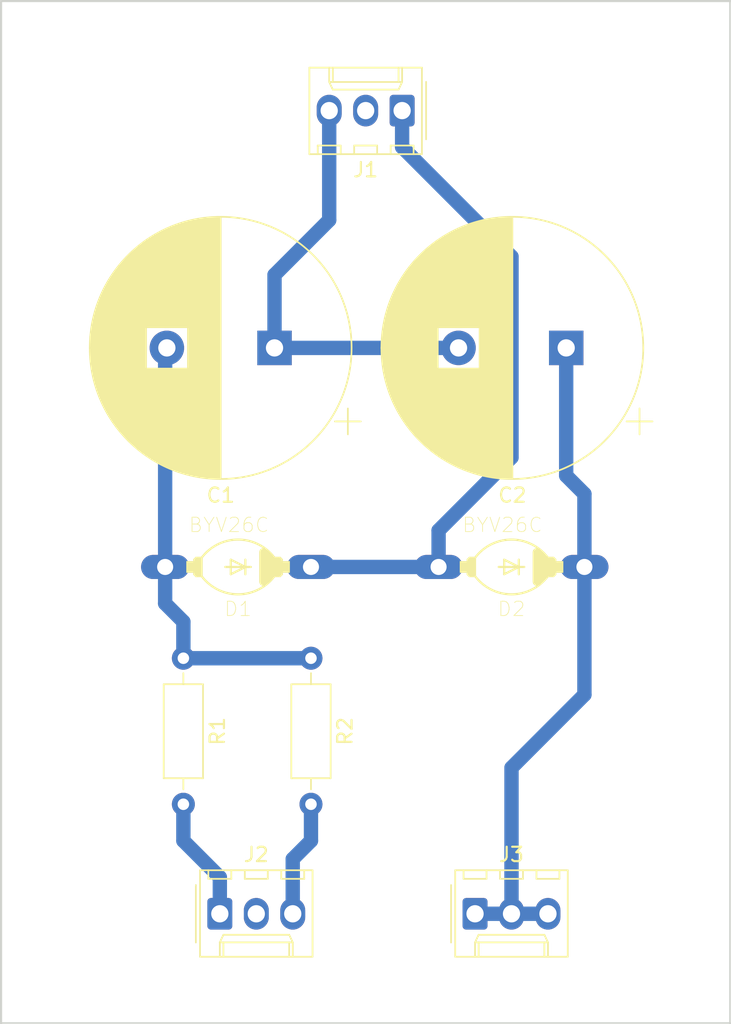
<source format=kicad_pcb>
(kicad_pcb (version 20171130) (host pcbnew 5.0.0-fee4fd1~66~ubuntu16.04.1)

  (general
    (thickness 1.6)
    (drawings 4)
    (tracks 30)
    (zones 0)
    (modules 9)
    (nets 9)
  )

  (page A4)
  (layers
    (0 F.Cu signal)
    (31 B.Cu signal)
    (32 B.Adhes user)
    (33 F.Adhes user)
    (34 B.Paste user)
    (35 F.Paste user)
    (36 B.SilkS user)
    (37 F.SilkS user)
    (38 B.Mask user)
    (39 F.Mask user)
    (40 Dwgs.User user)
    (41 Cmts.User user)
    (42 Eco1.User user)
    (43 Eco2.User user)
    (44 Edge.Cuts user)
    (45 Margin user)
    (46 B.CrtYd user)
    (47 F.CrtYd user)
    (48 B.Fab user)
    (49 F.Fab user)
  )

  (setup
    (last_trace_width 0.25)
    (trace_clearance 0.2)
    (zone_clearance 0.508)
    (zone_45_only no)
    (trace_min 0.2)
    (segment_width 0.2)
    (edge_width 0.15)
    (via_size 0.8)
    (via_drill 0.4)
    (via_min_size 0.4)
    (via_min_drill 0.3)
    (uvia_size 0.3)
    (uvia_drill 0.1)
    (uvias_allowed no)
    (uvia_min_size 0.2)
    (uvia_min_drill 0.1)
    (pcb_text_width 0.3)
    (pcb_text_size 1.5 1.5)
    (mod_edge_width 0.15)
    (mod_text_size 1 1)
    (mod_text_width 0.15)
    (pad_size 1.524 1.524)
    (pad_drill 0.762)
    (pad_to_mask_clearance 0.2)
    (aux_axis_origin 0 0)
    (visible_elements FFFFFF7F)
    (pcbplotparams
      (layerselection 0x010fc_ffffffff)
      (usegerberextensions false)
      (usegerberattributes false)
      (usegerberadvancedattributes false)
      (creategerberjobfile false)
      (excludeedgelayer true)
      (linewidth 0.100000)
      (plotframeref false)
      (viasonmask false)
      (mode 1)
      (useauxorigin false)
      (hpglpennumber 1)
      (hpglpenspeed 20)
      (hpglpendiameter 15.000000)
      (psnegative false)
      (psa4output false)
      (plotreference true)
      (plotvalue true)
      (plotinvisibletext false)
      (padsonsilk false)
      (subtractmaskfromsilk false)
      (outputformat 1)
      (mirror false)
      (drillshape 1)
      (scaleselection 1)
      (outputdirectory ""))
  )

  (net 0 "")
  (net 1 "Net-(C1-Pad2)")
  (net 2 GNDREF)
  (net 3 "Net-(J1-Pad2)")
  (net 4 "Net-(J2-Pad2)")
  (net 5 "Net-(C1-Pad1)")
  (net 6 "Net-(D1-Pad2)")
  (net 7 "Net-(J2-Pad3)")
  (net 8 "Net-(J2-Pad1)")

  (net_class Default "This is the default net class."
    (clearance 0.2)
    (trace_width 0.25)
    (via_dia 0.8)
    (via_drill 0.4)
    (uvia_dia 0.3)
    (uvia_drill 0.1)
    (add_net GNDREF)
    (add_net "Net-(C1-Pad1)")
    (add_net "Net-(C1-Pad2)")
    (add_net "Net-(D1-Pad2)")
    (add_net "Net-(J1-Pad2)")
    (add_net "Net-(J2-Pad1)")
    (add_net "Net-(J2-Pad2)")
    (add_net "Net-(J2-Pad3)")
  )

  (module Capacitor_THT:CP_Radial_D18.0mm_P7.50mm (layer F.Cu) (tedit 5AE50EF1) (tstamp 5BE487BF)
    (at 139.7 88.9 180)
    (descr "CP, Radial series, Radial, pin pitch=7.50mm, , diameter=18mm, Electrolytic Capacitor")
    (tags "CP Radial series Radial pin pitch 7.50mm  diameter 18mm Electrolytic Capacitor")
    (path /5BD70E21)
    (fp_text reference C1 (at 3.75 -10.25 180) (layer F.SilkS)
      (effects (font (size 1 1) (thickness 0.15)))
    )
    (fp_text value "4700uF 25V Elko" (at 3.75 10.25 180) (layer F.Fab)
      (effects (font (size 1 1) (thickness 0.15)))
    )
    (fp_circle (center 3.75 0) (end 12.75 0) (layer F.Fab) (width 0.1))
    (fp_circle (center 3.75 0) (end 12.87 0) (layer F.SilkS) (width 0.12))
    (fp_circle (center 3.75 0) (end 13 0) (layer F.CrtYd) (width 0.05))
    (fp_line (start -3.987271 -3.9475) (end -2.187271 -3.9475) (layer F.Fab) (width 0.1))
    (fp_line (start -3.087271 -4.8475) (end -3.087271 -3.0475) (layer F.Fab) (width 0.1))
    (fp_line (start 3.75 -9.081) (end 3.75 9.081) (layer F.SilkS) (width 0.12))
    (fp_line (start 3.79 -9.08) (end 3.79 9.08) (layer F.SilkS) (width 0.12))
    (fp_line (start 3.83 -9.08) (end 3.83 9.08) (layer F.SilkS) (width 0.12))
    (fp_line (start 3.87 -9.08) (end 3.87 9.08) (layer F.SilkS) (width 0.12))
    (fp_line (start 3.91 -9.079) (end 3.91 9.079) (layer F.SilkS) (width 0.12))
    (fp_line (start 3.95 -9.078) (end 3.95 9.078) (layer F.SilkS) (width 0.12))
    (fp_line (start 3.99 -9.077) (end 3.99 9.077) (layer F.SilkS) (width 0.12))
    (fp_line (start 4.03 -9.076) (end 4.03 9.076) (layer F.SilkS) (width 0.12))
    (fp_line (start 4.07 -9.075) (end 4.07 9.075) (layer F.SilkS) (width 0.12))
    (fp_line (start 4.11 -9.073) (end 4.11 9.073) (layer F.SilkS) (width 0.12))
    (fp_line (start 4.15 -9.072) (end 4.15 9.072) (layer F.SilkS) (width 0.12))
    (fp_line (start 4.19 -9.07) (end 4.19 9.07) (layer F.SilkS) (width 0.12))
    (fp_line (start 4.23 -9.068) (end 4.23 9.068) (layer F.SilkS) (width 0.12))
    (fp_line (start 4.27 -9.066) (end 4.27 9.066) (layer F.SilkS) (width 0.12))
    (fp_line (start 4.31 -9.063) (end 4.31 9.063) (layer F.SilkS) (width 0.12))
    (fp_line (start 4.35 -9.061) (end 4.35 9.061) (layer F.SilkS) (width 0.12))
    (fp_line (start 4.39 -9.058) (end 4.39 9.058) (layer F.SilkS) (width 0.12))
    (fp_line (start 4.43 -9.055) (end 4.43 9.055) (layer F.SilkS) (width 0.12))
    (fp_line (start 4.471 -9.052) (end 4.471 9.052) (layer F.SilkS) (width 0.12))
    (fp_line (start 4.511 -9.049) (end 4.511 9.049) (layer F.SilkS) (width 0.12))
    (fp_line (start 4.551 -9.045) (end 4.551 9.045) (layer F.SilkS) (width 0.12))
    (fp_line (start 4.591 -9.042) (end 4.591 9.042) (layer F.SilkS) (width 0.12))
    (fp_line (start 4.631 -9.038) (end 4.631 9.038) (layer F.SilkS) (width 0.12))
    (fp_line (start 4.671 -9.034) (end 4.671 9.034) (layer F.SilkS) (width 0.12))
    (fp_line (start 4.711 -9.03) (end 4.711 9.03) (layer F.SilkS) (width 0.12))
    (fp_line (start 4.751 -9.026) (end 4.751 9.026) (layer F.SilkS) (width 0.12))
    (fp_line (start 4.791 -9.021) (end 4.791 9.021) (layer F.SilkS) (width 0.12))
    (fp_line (start 4.831 -9.016) (end 4.831 9.016) (layer F.SilkS) (width 0.12))
    (fp_line (start 4.871 -9.011) (end 4.871 9.011) (layer F.SilkS) (width 0.12))
    (fp_line (start 4.911 -9.006) (end 4.911 9.006) (layer F.SilkS) (width 0.12))
    (fp_line (start 4.951 -9.001) (end 4.951 9.001) (layer F.SilkS) (width 0.12))
    (fp_line (start 4.991 -8.996) (end 4.991 8.996) (layer F.SilkS) (width 0.12))
    (fp_line (start 5.031 -8.99) (end 5.031 8.99) (layer F.SilkS) (width 0.12))
    (fp_line (start 5.071 -8.984) (end 5.071 8.984) (layer F.SilkS) (width 0.12))
    (fp_line (start 5.111 -8.979) (end 5.111 8.979) (layer F.SilkS) (width 0.12))
    (fp_line (start 5.151 -8.972) (end 5.151 8.972) (layer F.SilkS) (width 0.12))
    (fp_line (start 5.191 -8.966) (end 5.191 8.966) (layer F.SilkS) (width 0.12))
    (fp_line (start 5.231 -8.96) (end 5.231 8.96) (layer F.SilkS) (width 0.12))
    (fp_line (start 5.271 -8.953) (end 5.271 8.953) (layer F.SilkS) (width 0.12))
    (fp_line (start 5.311 -8.946) (end 5.311 8.946) (layer F.SilkS) (width 0.12))
    (fp_line (start 5.351 -8.939) (end 5.351 8.939) (layer F.SilkS) (width 0.12))
    (fp_line (start 5.391 -8.932) (end 5.391 8.932) (layer F.SilkS) (width 0.12))
    (fp_line (start 5.431 -8.924) (end 5.431 8.924) (layer F.SilkS) (width 0.12))
    (fp_line (start 5.471 -8.917) (end 5.471 8.917) (layer F.SilkS) (width 0.12))
    (fp_line (start 5.511 -8.909) (end 5.511 8.909) (layer F.SilkS) (width 0.12))
    (fp_line (start 5.551 -8.901) (end 5.551 8.901) (layer F.SilkS) (width 0.12))
    (fp_line (start 5.591 -8.893) (end 5.591 8.893) (layer F.SilkS) (width 0.12))
    (fp_line (start 5.631 -8.885) (end 5.631 8.885) (layer F.SilkS) (width 0.12))
    (fp_line (start 5.671 -8.876) (end 5.671 8.876) (layer F.SilkS) (width 0.12))
    (fp_line (start 5.711 -8.867) (end 5.711 8.867) (layer F.SilkS) (width 0.12))
    (fp_line (start 5.751 -8.858) (end 5.751 8.858) (layer F.SilkS) (width 0.12))
    (fp_line (start 5.791 -8.849) (end 5.791 8.849) (layer F.SilkS) (width 0.12))
    (fp_line (start 5.831 -8.84) (end 5.831 8.84) (layer F.SilkS) (width 0.12))
    (fp_line (start 5.871 -8.831) (end 5.871 8.831) (layer F.SilkS) (width 0.12))
    (fp_line (start 5.911 -8.821) (end 5.911 8.821) (layer F.SilkS) (width 0.12))
    (fp_line (start 5.951 -8.811) (end 5.951 8.811) (layer F.SilkS) (width 0.12))
    (fp_line (start 5.991 -8.801) (end 5.991 8.801) (layer F.SilkS) (width 0.12))
    (fp_line (start 6.031 -8.791) (end 6.031 8.791) (layer F.SilkS) (width 0.12))
    (fp_line (start 6.071 -8.78) (end 6.071 -1.44) (layer F.SilkS) (width 0.12))
    (fp_line (start 6.071 1.44) (end 6.071 8.78) (layer F.SilkS) (width 0.12))
    (fp_line (start 6.111 -8.77) (end 6.111 -1.44) (layer F.SilkS) (width 0.12))
    (fp_line (start 6.111 1.44) (end 6.111 8.77) (layer F.SilkS) (width 0.12))
    (fp_line (start 6.151 -8.759) (end 6.151 -1.44) (layer F.SilkS) (width 0.12))
    (fp_line (start 6.151 1.44) (end 6.151 8.759) (layer F.SilkS) (width 0.12))
    (fp_line (start 6.191 -8.748) (end 6.191 -1.44) (layer F.SilkS) (width 0.12))
    (fp_line (start 6.191 1.44) (end 6.191 8.748) (layer F.SilkS) (width 0.12))
    (fp_line (start 6.231 -8.737) (end 6.231 -1.44) (layer F.SilkS) (width 0.12))
    (fp_line (start 6.231 1.44) (end 6.231 8.737) (layer F.SilkS) (width 0.12))
    (fp_line (start 6.271 -8.725) (end 6.271 -1.44) (layer F.SilkS) (width 0.12))
    (fp_line (start 6.271 1.44) (end 6.271 8.725) (layer F.SilkS) (width 0.12))
    (fp_line (start 6.311 -8.714) (end 6.311 -1.44) (layer F.SilkS) (width 0.12))
    (fp_line (start 6.311 1.44) (end 6.311 8.714) (layer F.SilkS) (width 0.12))
    (fp_line (start 6.351 -8.702) (end 6.351 -1.44) (layer F.SilkS) (width 0.12))
    (fp_line (start 6.351 1.44) (end 6.351 8.702) (layer F.SilkS) (width 0.12))
    (fp_line (start 6.391 -8.69) (end 6.391 -1.44) (layer F.SilkS) (width 0.12))
    (fp_line (start 6.391 1.44) (end 6.391 8.69) (layer F.SilkS) (width 0.12))
    (fp_line (start 6.431 -8.678) (end 6.431 -1.44) (layer F.SilkS) (width 0.12))
    (fp_line (start 6.431 1.44) (end 6.431 8.678) (layer F.SilkS) (width 0.12))
    (fp_line (start 6.471 -8.665) (end 6.471 -1.44) (layer F.SilkS) (width 0.12))
    (fp_line (start 6.471 1.44) (end 6.471 8.665) (layer F.SilkS) (width 0.12))
    (fp_line (start 6.511 -8.653) (end 6.511 -1.44) (layer F.SilkS) (width 0.12))
    (fp_line (start 6.511 1.44) (end 6.511 8.653) (layer F.SilkS) (width 0.12))
    (fp_line (start 6.551 -8.64) (end 6.551 -1.44) (layer F.SilkS) (width 0.12))
    (fp_line (start 6.551 1.44) (end 6.551 8.64) (layer F.SilkS) (width 0.12))
    (fp_line (start 6.591 -8.627) (end 6.591 -1.44) (layer F.SilkS) (width 0.12))
    (fp_line (start 6.591 1.44) (end 6.591 8.627) (layer F.SilkS) (width 0.12))
    (fp_line (start 6.631 -8.614) (end 6.631 -1.44) (layer F.SilkS) (width 0.12))
    (fp_line (start 6.631 1.44) (end 6.631 8.614) (layer F.SilkS) (width 0.12))
    (fp_line (start 6.671 -8.6) (end 6.671 -1.44) (layer F.SilkS) (width 0.12))
    (fp_line (start 6.671 1.44) (end 6.671 8.6) (layer F.SilkS) (width 0.12))
    (fp_line (start 6.711 -8.587) (end 6.711 -1.44) (layer F.SilkS) (width 0.12))
    (fp_line (start 6.711 1.44) (end 6.711 8.587) (layer F.SilkS) (width 0.12))
    (fp_line (start 6.751 -8.573) (end 6.751 -1.44) (layer F.SilkS) (width 0.12))
    (fp_line (start 6.751 1.44) (end 6.751 8.573) (layer F.SilkS) (width 0.12))
    (fp_line (start 6.791 -8.559) (end 6.791 -1.44) (layer F.SilkS) (width 0.12))
    (fp_line (start 6.791 1.44) (end 6.791 8.559) (layer F.SilkS) (width 0.12))
    (fp_line (start 6.831 -8.545) (end 6.831 -1.44) (layer F.SilkS) (width 0.12))
    (fp_line (start 6.831 1.44) (end 6.831 8.545) (layer F.SilkS) (width 0.12))
    (fp_line (start 6.871 -8.53) (end 6.871 -1.44) (layer F.SilkS) (width 0.12))
    (fp_line (start 6.871 1.44) (end 6.871 8.53) (layer F.SilkS) (width 0.12))
    (fp_line (start 6.911 -8.516) (end 6.911 -1.44) (layer F.SilkS) (width 0.12))
    (fp_line (start 6.911 1.44) (end 6.911 8.516) (layer F.SilkS) (width 0.12))
    (fp_line (start 6.951 -8.501) (end 6.951 -1.44) (layer F.SilkS) (width 0.12))
    (fp_line (start 6.951 1.44) (end 6.951 8.501) (layer F.SilkS) (width 0.12))
    (fp_line (start 6.991 -8.486) (end 6.991 -1.44) (layer F.SilkS) (width 0.12))
    (fp_line (start 6.991 1.44) (end 6.991 8.486) (layer F.SilkS) (width 0.12))
    (fp_line (start 7.031 -8.47) (end 7.031 -1.44) (layer F.SilkS) (width 0.12))
    (fp_line (start 7.031 1.44) (end 7.031 8.47) (layer F.SilkS) (width 0.12))
    (fp_line (start 7.071 -8.455) (end 7.071 -1.44) (layer F.SilkS) (width 0.12))
    (fp_line (start 7.071 1.44) (end 7.071 8.455) (layer F.SilkS) (width 0.12))
    (fp_line (start 7.111 -8.439) (end 7.111 -1.44) (layer F.SilkS) (width 0.12))
    (fp_line (start 7.111 1.44) (end 7.111 8.439) (layer F.SilkS) (width 0.12))
    (fp_line (start 7.151 -8.423) (end 7.151 -1.44) (layer F.SilkS) (width 0.12))
    (fp_line (start 7.151 1.44) (end 7.151 8.423) (layer F.SilkS) (width 0.12))
    (fp_line (start 7.191 -8.407) (end 7.191 -1.44) (layer F.SilkS) (width 0.12))
    (fp_line (start 7.191 1.44) (end 7.191 8.407) (layer F.SilkS) (width 0.12))
    (fp_line (start 7.231 -8.39) (end 7.231 -1.44) (layer F.SilkS) (width 0.12))
    (fp_line (start 7.231 1.44) (end 7.231 8.39) (layer F.SilkS) (width 0.12))
    (fp_line (start 7.271 -8.374) (end 7.271 -1.44) (layer F.SilkS) (width 0.12))
    (fp_line (start 7.271 1.44) (end 7.271 8.374) (layer F.SilkS) (width 0.12))
    (fp_line (start 7.311 -8.357) (end 7.311 -1.44) (layer F.SilkS) (width 0.12))
    (fp_line (start 7.311 1.44) (end 7.311 8.357) (layer F.SilkS) (width 0.12))
    (fp_line (start 7.351 -8.34) (end 7.351 -1.44) (layer F.SilkS) (width 0.12))
    (fp_line (start 7.351 1.44) (end 7.351 8.34) (layer F.SilkS) (width 0.12))
    (fp_line (start 7.391 -8.323) (end 7.391 -1.44) (layer F.SilkS) (width 0.12))
    (fp_line (start 7.391 1.44) (end 7.391 8.323) (layer F.SilkS) (width 0.12))
    (fp_line (start 7.431 -8.305) (end 7.431 -1.44) (layer F.SilkS) (width 0.12))
    (fp_line (start 7.431 1.44) (end 7.431 8.305) (layer F.SilkS) (width 0.12))
    (fp_line (start 7.471 -8.287) (end 7.471 -1.44) (layer F.SilkS) (width 0.12))
    (fp_line (start 7.471 1.44) (end 7.471 8.287) (layer F.SilkS) (width 0.12))
    (fp_line (start 7.511 -8.269) (end 7.511 -1.44) (layer F.SilkS) (width 0.12))
    (fp_line (start 7.511 1.44) (end 7.511 8.269) (layer F.SilkS) (width 0.12))
    (fp_line (start 7.551 -8.251) (end 7.551 -1.44) (layer F.SilkS) (width 0.12))
    (fp_line (start 7.551 1.44) (end 7.551 8.251) (layer F.SilkS) (width 0.12))
    (fp_line (start 7.591 -8.233) (end 7.591 -1.44) (layer F.SilkS) (width 0.12))
    (fp_line (start 7.591 1.44) (end 7.591 8.233) (layer F.SilkS) (width 0.12))
    (fp_line (start 7.631 -8.214) (end 7.631 -1.44) (layer F.SilkS) (width 0.12))
    (fp_line (start 7.631 1.44) (end 7.631 8.214) (layer F.SilkS) (width 0.12))
    (fp_line (start 7.671 -8.195) (end 7.671 -1.44) (layer F.SilkS) (width 0.12))
    (fp_line (start 7.671 1.44) (end 7.671 8.195) (layer F.SilkS) (width 0.12))
    (fp_line (start 7.711 -8.176) (end 7.711 -1.44) (layer F.SilkS) (width 0.12))
    (fp_line (start 7.711 1.44) (end 7.711 8.176) (layer F.SilkS) (width 0.12))
    (fp_line (start 7.751 -8.156) (end 7.751 -1.44) (layer F.SilkS) (width 0.12))
    (fp_line (start 7.751 1.44) (end 7.751 8.156) (layer F.SilkS) (width 0.12))
    (fp_line (start 7.791 -8.137) (end 7.791 -1.44) (layer F.SilkS) (width 0.12))
    (fp_line (start 7.791 1.44) (end 7.791 8.137) (layer F.SilkS) (width 0.12))
    (fp_line (start 7.831 -8.117) (end 7.831 -1.44) (layer F.SilkS) (width 0.12))
    (fp_line (start 7.831 1.44) (end 7.831 8.117) (layer F.SilkS) (width 0.12))
    (fp_line (start 7.871 -8.097) (end 7.871 -1.44) (layer F.SilkS) (width 0.12))
    (fp_line (start 7.871 1.44) (end 7.871 8.097) (layer F.SilkS) (width 0.12))
    (fp_line (start 7.911 -8.076) (end 7.911 -1.44) (layer F.SilkS) (width 0.12))
    (fp_line (start 7.911 1.44) (end 7.911 8.076) (layer F.SilkS) (width 0.12))
    (fp_line (start 7.951 -8.056) (end 7.951 -1.44) (layer F.SilkS) (width 0.12))
    (fp_line (start 7.951 1.44) (end 7.951 8.056) (layer F.SilkS) (width 0.12))
    (fp_line (start 7.991 -8.035) (end 7.991 -1.44) (layer F.SilkS) (width 0.12))
    (fp_line (start 7.991 1.44) (end 7.991 8.035) (layer F.SilkS) (width 0.12))
    (fp_line (start 8.031 -8.014) (end 8.031 -1.44) (layer F.SilkS) (width 0.12))
    (fp_line (start 8.031 1.44) (end 8.031 8.014) (layer F.SilkS) (width 0.12))
    (fp_line (start 8.071 -7.992) (end 8.071 -1.44) (layer F.SilkS) (width 0.12))
    (fp_line (start 8.071 1.44) (end 8.071 7.992) (layer F.SilkS) (width 0.12))
    (fp_line (start 8.111 -7.971) (end 8.111 -1.44) (layer F.SilkS) (width 0.12))
    (fp_line (start 8.111 1.44) (end 8.111 7.971) (layer F.SilkS) (width 0.12))
    (fp_line (start 8.151 -7.949) (end 8.151 -1.44) (layer F.SilkS) (width 0.12))
    (fp_line (start 8.151 1.44) (end 8.151 7.949) (layer F.SilkS) (width 0.12))
    (fp_line (start 8.191 -7.927) (end 8.191 -1.44) (layer F.SilkS) (width 0.12))
    (fp_line (start 8.191 1.44) (end 8.191 7.927) (layer F.SilkS) (width 0.12))
    (fp_line (start 8.231 -7.904) (end 8.231 -1.44) (layer F.SilkS) (width 0.12))
    (fp_line (start 8.231 1.44) (end 8.231 7.904) (layer F.SilkS) (width 0.12))
    (fp_line (start 8.271 -7.882) (end 8.271 -1.44) (layer F.SilkS) (width 0.12))
    (fp_line (start 8.271 1.44) (end 8.271 7.882) (layer F.SilkS) (width 0.12))
    (fp_line (start 8.311 -7.859) (end 8.311 -1.44) (layer F.SilkS) (width 0.12))
    (fp_line (start 8.311 1.44) (end 8.311 7.859) (layer F.SilkS) (width 0.12))
    (fp_line (start 8.351 -7.835) (end 8.351 -1.44) (layer F.SilkS) (width 0.12))
    (fp_line (start 8.351 1.44) (end 8.351 7.835) (layer F.SilkS) (width 0.12))
    (fp_line (start 8.391 -7.812) (end 8.391 -1.44) (layer F.SilkS) (width 0.12))
    (fp_line (start 8.391 1.44) (end 8.391 7.812) (layer F.SilkS) (width 0.12))
    (fp_line (start 8.431 -7.788) (end 8.431 -1.44) (layer F.SilkS) (width 0.12))
    (fp_line (start 8.431 1.44) (end 8.431 7.788) (layer F.SilkS) (width 0.12))
    (fp_line (start 8.471 -7.764) (end 8.471 -1.44) (layer F.SilkS) (width 0.12))
    (fp_line (start 8.471 1.44) (end 8.471 7.764) (layer F.SilkS) (width 0.12))
    (fp_line (start 8.511 -7.74) (end 8.511 -1.44) (layer F.SilkS) (width 0.12))
    (fp_line (start 8.511 1.44) (end 8.511 7.74) (layer F.SilkS) (width 0.12))
    (fp_line (start 8.551 -7.715) (end 8.551 -1.44) (layer F.SilkS) (width 0.12))
    (fp_line (start 8.551 1.44) (end 8.551 7.715) (layer F.SilkS) (width 0.12))
    (fp_line (start 8.591 -7.69) (end 8.591 -1.44) (layer F.SilkS) (width 0.12))
    (fp_line (start 8.591 1.44) (end 8.591 7.69) (layer F.SilkS) (width 0.12))
    (fp_line (start 8.631 -7.665) (end 8.631 -1.44) (layer F.SilkS) (width 0.12))
    (fp_line (start 8.631 1.44) (end 8.631 7.665) (layer F.SilkS) (width 0.12))
    (fp_line (start 8.671 -7.64) (end 8.671 -1.44) (layer F.SilkS) (width 0.12))
    (fp_line (start 8.671 1.44) (end 8.671 7.64) (layer F.SilkS) (width 0.12))
    (fp_line (start 8.711 -7.614) (end 8.711 -1.44) (layer F.SilkS) (width 0.12))
    (fp_line (start 8.711 1.44) (end 8.711 7.614) (layer F.SilkS) (width 0.12))
    (fp_line (start 8.751 -7.588) (end 8.751 -1.44) (layer F.SilkS) (width 0.12))
    (fp_line (start 8.751 1.44) (end 8.751 7.588) (layer F.SilkS) (width 0.12))
    (fp_line (start 8.791 -7.561) (end 8.791 -1.44) (layer F.SilkS) (width 0.12))
    (fp_line (start 8.791 1.44) (end 8.791 7.561) (layer F.SilkS) (width 0.12))
    (fp_line (start 8.831 -7.535) (end 8.831 -1.44) (layer F.SilkS) (width 0.12))
    (fp_line (start 8.831 1.44) (end 8.831 7.535) (layer F.SilkS) (width 0.12))
    (fp_line (start 8.871 -7.508) (end 8.871 -1.44) (layer F.SilkS) (width 0.12))
    (fp_line (start 8.871 1.44) (end 8.871 7.508) (layer F.SilkS) (width 0.12))
    (fp_line (start 8.911 -7.48) (end 8.911 -1.44) (layer F.SilkS) (width 0.12))
    (fp_line (start 8.911 1.44) (end 8.911 7.48) (layer F.SilkS) (width 0.12))
    (fp_line (start 8.951 -7.453) (end 8.951 7.453) (layer F.SilkS) (width 0.12))
    (fp_line (start 8.991 -7.425) (end 8.991 7.425) (layer F.SilkS) (width 0.12))
    (fp_line (start 9.031 -7.397) (end 9.031 7.397) (layer F.SilkS) (width 0.12))
    (fp_line (start 9.071 -7.368) (end 9.071 7.368) (layer F.SilkS) (width 0.12))
    (fp_line (start 9.111 -7.339) (end 9.111 7.339) (layer F.SilkS) (width 0.12))
    (fp_line (start 9.151 -7.31) (end 9.151 7.31) (layer F.SilkS) (width 0.12))
    (fp_line (start 9.191 -7.28) (end 9.191 7.28) (layer F.SilkS) (width 0.12))
    (fp_line (start 9.231 -7.25) (end 9.231 7.25) (layer F.SilkS) (width 0.12))
    (fp_line (start 9.271 -7.22) (end 9.271 7.22) (layer F.SilkS) (width 0.12))
    (fp_line (start 9.311 -7.19) (end 9.311 7.19) (layer F.SilkS) (width 0.12))
    (fp_line (start 9.351 -7.159) (end 9.351 7.159) (layer F.SilkS) (width 0.12))
    (fp_line (start 9.391 -7.127) (end 9.391 7.127) (layer F.SilkS) (width 0.12))
    (fp_line (start 9.431 -7.096) (end 9.431 7.096) (layer F.SilkS) (width 0.12))
    (fp_line (start 9.471 -7.064) (end 9.471 7.064) (layer F.SilkS) (width 0.12))
    (fp_line (start 9.511 -7.031) (end 9.511 7.031) (layer F.SilkS) (width 0.12))
    (fp_line (start 9.551 -6.999) (end 9.551 6.999) (layer F.SilkS) (width 0.12))
    (fp_line (start 9.591 -6.965) (end 9.591 6.965) (layer F.SilkS) (width 0.12))
    (fp_line (start 9.631 -6.932) (end 9.631 6.932) (layer F.SilkS) (width 0.12))
    (fp_line (start 9.671 -6.898) (end 9.671 6.898) (layer F.SilkS) (width 0.12))
    (fp_line (start 9.711 -6.864) (end 9.711 6.864) (layer F.SilkS) (width 0.12))
    (fp_line (start 9.751 -6.829) (end 9.751 6.829) (layer F.SilkS) (width 0.12))
    (fp_line (start 9.791 -6.794) (end 9.791 6.794) (layer F.SilkS) (width 0.12))
    (fp_line (start 9.831 -6.758) (end 9.831 6.758) (layer F.SilkS) (width 0.12))
    (fp_line (start 9.871 -6.722) (end 9.871 6.722) (layer F.SilkS) (width 0.12))
    (fp_line (start 9.911 -6.686) (end 9.911 6.686) (layer F.SilkS) (width 0.12))
    (fp_line (start 9.951 -6.649) (end 9.951 6.649) (layer F.SilkS) (width 0.12))
    (fp_line (start 9.991 -6.612) (end 9.991 6.612) (layer F.SilkS) (width 0.12))
    (fp_line (start 10.031 -6.574) (end 10.031 6.574) (layer F.SilkS) (width 0.12))
    (fp_line (start 10.071 -6.536) (end 10.071 6.536) (layer F.SilkS) (width 0.12))
    (fp_line (start 10.111 -6.497) (end 10.111 6.497) (layer F.SilkS) (width 0.12))
    (fp_line (start 10.151 -6.458) (end 10.151 6.458) (layer F.SilkS) (width 0.12))
    (fp_line (start 10.191 -6.418) (end 10.191 6.418) (layer F.SilkS) (width 0.12))
    (fp_line (start 10.231 -6.378) (end 10.231 6.378) (layer F.SilkS) (width 0.12))
    (fp_line (start 10.271 -6.337) (end 10.271 6.337) (layer F.SilkS) (width 0.12))
    (fp_line (start 10.311 -6.296) (end 10.311 6.296) (layer F.SilkS) (width 0.12))
    (fp_line (start 10.351 -6.254) (end 10.351 6.254) (layer F.SilkS) (width 0.12))
    (fp_line (start 10.391 -6.212) (end 10.391 6.212) (layer F.SilkS) (width 0.12))
    (fp_line (start 10.431 -6.17) (end 10.431 6.17) (layer F.SilkS) (width 0.12))
    (fp_line (start 10.471 -6.126) (end 10.471 6.126) (layer F.SilkS) (width 0.12))
    (fp_line (start 10.511 -6.082) (end 10.511 6.082) (layer F.SilkS) (width 0.12))
    (fp_line (start 10.551 -6.038) (end 10.551 6.038) (layer F.SilkS) (width 0.12))
    (fp_line (start 10.591 -5.993) (end 10.591 5.993) (layer F.SilkS) (width 0.12))
    (fp_line (start 10.631 -5.947) (end 10.631 5.947) (layer F.SilkS) (width 0.12))
    (fp_line (start 10.671 -5.901) (end 10.671 5.901) (layer F.SilkS) (width 0.12))
    (fp_line (start 10.711 -5.854) (end 10.711 5.854) (layer F.SilkS) (width 0.12))
    (fp_line (start 10.751 -5.806) (end 10.751 5.806) (layer F.SilkS) (width 0.12))
    (fp_line (start 10.791 -5.758) (end 10.791 5.758) (layer F.SilkS) (width 0.12))
    (fp_line (start 10.831 -5.709) (end 10.831 5.709) (layer F.SilkS) (width 0.12))
    (fp_line (start 10.871 -5.66) (end 10.871 5.66) (layer F.SilkS) (width 0.12))
    (fp_line (start 10.911 -5.609) (end 10.911 5.609) (layer F.SilkS) (width 0.12))
    (fp_line (start 10.951 -5.558) (end 10.951 5.558) (layer F.SilkS) (width 0.12))
    (fp_line (start 10.991 -5.506) (end 10.991 5.506) (layer F.SilkS) (width 0.12))
    (fp_line (start 11.031 -5.454) (end 11.031 5.454) (layer F.SilkS) (width 0.12))
    (fp_line (start 11.071 -5.4) (end 11.071 5.4) (layer F.SilkS) (width 0.12))
    (fp_line (start 11.111 -5.346) (end 11.111 5.346) (layer F.SilkS) (width 0.12))
    (fp_line (start 11.151 -5.291) (end 11.151 5.291) (layer F.SilkS) (width 0.12))
    (fp_line (start 11.191 -5.235) (end 11.191 5.235) (layer F.SilkS) (width 0.12))
    (fp_line (start 11.231 -5.178) (end 11.231 5.178) (layer F.SilkS) (width 0.12))
    (fp_line (start 11.271 -5.12) (end 11.271 5.12) (layer F.SilkS) (width 0.12))
    (fp_line (start 11.311 -5.062) (end 11.311 5.062) (layer F.SilkS) (width 0.12))
    (fp_line (start 11.351 -5.002) (end 11.351 5.002) (layer F.SilkS) (width 0.12))
    (fp_line (start 11.391 -4.941) (end 11.391 4.941) (layer F.SilkS) (width 0.12))
    (fp_line (start 11.431 -4.879) (end 11.431 4.879) (layer F.SilkS) (width 0.12))
    (fp_line (start 11.471 -4.816) (end 11.471 4.816) (layer F.SilkS) (width 0.12))
    (fp_line (start 11.511 -4.752) (end 11.511 4.752) (layer F.SilkS) (width 0.12))
    (fp_line (start 11.551 -4.686) (end 11.551 4.686) (layer F.SilkS) (width 0.12))
    (fp_line (start 11.591 -4.62) (end 11.591 4.62) (layer F.SilkS) (width 0.12))
    (fp_line (start 11.631 -4.552) (end 11.631 4.552) (layer F.SilkS) (width 0.12))
    (fp_line (start 11.671 -4.482) (end 11.671 4.482) (layer F.SilkS) (width 0.12))
    (fp_line (start 11.711 -4.412) (end 11.711 4.412) (layer F.SilkS) (width 0.12))
    (fp_line (start 11.751 -4.339) (end 11.751 4.339) (layer F.SilkS) (width 0.12))
    (fp_line (start 11.791 -4.265) (end 11.791 4.265) (layer F.SilkS) (width 0.12))
    (fp_line (start 11.831 -4.19) (end 11.831 4.19) (layer F.SilkS) (width 0.12))
    (fp_line (start 11.871 -4.113) (end 11.871 4.113) (layer F.SilkS) (width 0.12))
    (fp_line (start 11.911 -4.033) (end 11.911 4.033) (layer F.SilkS) (width 0.12))
    (fp_line (start 11.95 -3.952) (end 11.95 3.952) (layer F.SilkS) (width 0.12))
    (fp_line (start 11.99 -3.869) (end 11.99 3.869) (layer F.SilkS) (width 0.12))
    (fp_line (start 12.03 -3.784) (end 12.03 3.784) (layer F.SilkS) (width 0.12))
    (fp_line (start 12.07 -3.696) (end 12.07 3.696) (layer F.SilkS) (width 0.12))
    (fp_line (start 12.11 -3.605) (end 12.11 3.605) (layer F.SilkS) (width 0.12))
    (fp_line (start 12.15 -3.512) (end 12.15 3.512) (layer F.SilkS) (width 0.12))
    (fp_line (start 12.19 -3.416) (end 12.19 3.416) (layer F.SilkS) (width 0.12))
    (fp_line (start 12.23 -3.317) (end 12.23 3.317) (layer F.SilkS) (width 0.12))
    (fp_line (start 12.27 -3.214) (end 12.27 3.214) (layer F.SilkS) (width 0.12))
    (fp_line (start 12.31 -3.107) (end 12.31 3.107) (layer F.SilkS) (width 0.12))
    (fp_line (start 12.35 -2.996) (end 12.35 2.996) (layer F.SilkS) (width 0.12))
    (fp_line (start 12.39 -2.88) (end 12.39 2.88) (layer F.SilkS) (width 0.12))
    (fp_line (start 12.43 -2.759) (end 12.43 2.759) (layer F.SilkS) (width 0.12))
    (fp_line (start 12.47 -2.632) (end 12.47 2.632) (layer F.SilkS) (width 0.12))
    (fp_line (start 12.51 -2.498) (end 12.51 2.498) (layer F.SilkS) (width 0.12))
    (fp_line (start 12.55 -2.355) (end 12.55 2.355) (layer F.SilkS) (width 0.12))
    (fp_line (start 12.59 -2.203) (end 12.59 2.203) (layer F.SilkS) (width 0.12))
    (fp_line (start 12.63 -2.039) (end 12.63 2.039) (layer F.SilkS) (width 0.12))
    (fp_line (start 12.67 -1.86) (end 12.67 1.86) (layer F.SilkS) (width 0.12))
    (fp_line (start 12.71 -1.661) (end 12.71 1.661) (layer F.SilkS) (width 0.12))
    (fp_line (start 12.75 -1.435) (end 12.75 1.435) (layer F.SilkS) (width 0.12))
    (fp_line (start 12.79 -1.166) (end 12.79 1.166) (layer F.SilkS) (width 0.12))
    (fp_line (start 12.83 -0.814) (end 12.83 0.814) (layer F.SilkS) (width 0.12))
    (fp_line (start 12.87 -0.04) (end 12.87 0.04) (layer F.SilkS) (width 0.12))
    (fp_line (start -6.00944 -5.115) (end -4.20944 -5.115) (layer F.SilkS) (width 0.12))
    (fp_line (start -5.10944 -6.015) (end -5.10944 -4.215) (layer F.SilkS) (width 0.12))
    (fp_text user %R (at 3.75 0 180) (layer F.Fab)
      (effects (font (size 1 1) (thickness 0.15)))
    )
    (pad 1 thru_hole rect (at 0 0 180) (size 2.4 2.4) (drill 1.2) (layers *.Cu *.Mask)
      (net 5 "Net-(C1-Pad1)"))
    (pad 2 thru_hole circle (at 7.5 0 180) (size 2.4 2.4) (drill 1.2) (layers *.Cu *.Mask)
      (net 1 "Net-(C1-Pad2)"))
    (model ${KISYS3DMOD}/Capacitor_THT.3dshapes/CP_Radial_D18.0mm_P7.50mm.wrl
      (at (xyz 0 0 0))
      (scale (xyz 1 1 1))
      (rotate (xyz 0 0 0))
    )
  )

  (module Capacitor_THT:CP_Radial_D18.0mm_P7.50mm (layer F.Cu) (tedit 5AE50EF1) (tstamp 5BE488FA)
    (at 160.02 88.9 180)
    (descr "CP, Radial series, Radial, pin pitch=7.50mm, , diameter=18mm, Electrolytic Capacitor")
    (tags "CP Radial series Radial pin pitch 7.50mm  diameter 18mm Electrolytic Capacitor")
    (path /5BD70E78)
    (fp_text reference C2 (at 3.75 -10.25 180) (layer F.SilkS)
      (effects (font (size 1 1) (thickness 0.15)))
    )
    (fp_text value "4700uF 25V Elko" (at 3.75 10.25 180) (layer F.Fab)
      (effects (font (size 1 1) (thickness 0.15)))
    )
    (fp_text user %R (at 3.75 0 180) (layer F.Fab)
      (effects (font (size 1 1) (thickness 0.15)))
    )
    (fp_line (start -5.10944 -6.015) (end -5.10944 -4.215) (layer F.SilkS) (width 0.12))
    (fp_line (start -6.00944 -5.115) (end -4.20944 -5.115) (layer F.SilkS) (width 0.12))
    (fp_line (start 12.87 -0.04) (end 12.87 0.04) (layer F.SilkS) (width 0.12))
    (fp_line (start 12.83 -0.814) (end 12.83 0.814) (layer F.SilkS) (width 0.12))
    (fp_line (start 12.79 -1.166) (end 12.79 1.166) (layer F.SilkS) (width 0.12))
    (fp_line (start 12.75 -1.435) (end 12.75 1.435) (layer F.SilkS) (width 0.12))
    (fp_line (start 12.71 -1.661) (end 12.71 1.661) (layer F.SilkS) (width 0.12))
    (fp_line (start 12.67 -1.86) (end 12.67 1.86) (layer F.SilkS) (width 0.12))
    (fp_line (start 12.63 -2.039) (end 12.63 2.039) (layer F.SilkS) (width 0.12))
    (fp_line (start 12.59 -2.203) (end 12.59 2.203) (layer F.SilkS) (width 0.12))
    (fp_line (start 12.55 -2.355) (end 12.55 2.355) (layer F.SilkS) (width 0.12))
    (fp_line (start 12.51 -2.498) (end 12.51 2.498) (layer F.SilkS) (width 0.12))
    (fp_line (start 12.47 -2.632) (end 12.47 2.632) (layer F.SilkS) (width 0.12))
    (fp_line (start 12.43 -2.759) (end 12.43 2.759) (layer F.SilkS) (width 0.12))
    (fp_line (start 12.39 -2.88) (end 12.39 2.88) (layer F.SilkS) (width 0.12))
    (fp_line (start 12.35 -2.996) (end 12.35 2.996) (layer F.SilkS) (width 0.12))
    (fp_line (start 12.31 -3.107) (end 12.31 3.107) (layer F.SilkS) (width 0.12))
    (fp_line (start 12.27 -3.214) (end 12.27 3.214) (layer F.SilkS) (width 0.12))
    (fp_line (start 12.23 -3.317) (end 12.23 3.317) (layer F.SilkS) (width 0.12))
    (fp_line (start 12.19 -3.416) (end 12.19 3.416) (layer F.SilkS) (width 0.12))
    (fp_line (start 12.15 -3.512) (end 12.15 3.512) (layer F.SilkS) (width 0.12))
    (fp_line (start 12.11 -3.605) (end 12.11 3.605) (layer F.SilkS) (width 0.12))
    (fp_line (start 12.07 -3.696) (end 12.07 3.696) (layer F.SilkS) (width 0.12))
    (fp_line (start 12.03 -3.784) (end 12.03 3.784) (layer F.SilkS) (width 0.12))
    (fp_line (start 11.99 -3.869) (end 11.99 3.869) (layer F.SilkS) (width 0.12))
    (fp_line (start 11.95 -3.952) (end 11.95 3.952) (layer F.SilkS) (width 0.12))
    (fp_line (start 11.911 -4.033) (end 11.911 4.033) (layer F.SilkS) (width 0.12))
    (fp_line (start 11.871 -4.113) (end 11.871 4.113) (layer F.SilkS) (width 0.12))
    (fp_line (start 11.831 -4.19) (end 11.831 4.19) (layer F.SilkS) (width 0.12))
    (fp_line (start 11.791 -4.265) (end 11.791 4.265) (layer F.SilkS) (width 0.12))
    (fp_line (start 11.751 -4.339) (end 11.751 4.339) (layer F.SilkS) (width 0.12))
    (fp_line (start 11.711 -4.412) (end 11.711 4.412) (layer F.SilkS) (width 0.12))
    (fp_line (start 11.671 -4.482) (end 11.671 4.482) (layer F.SilkS) (width 0.12))
    (fp_line (start 11.631 -4.552) (end 11.631 4.552) (layer F.SilkS) (width 0.12))
    (fp_line (start 11.591 -4.62) (end 11.591 4.62) (layer F.SilkS) (width 0.12))
    (fp_line (start 11.551 -4.686) (end 11.551 4.686) (layer F.SilkS) (width 0.12))
    (fp_line (start 11.511 -4.752) (end 11.511 4.752) (layer F.SilkS) (width 0.12))
    (fp_line (start 11.471 -4.816) (end 11.471 4.816) (layer F.SilkS) (width 0.12))
    (fp_line (start 11.431 -4.879) (end 11.431 4.879) (layer F.SilkS) (width 0.12))
    (fp_line (start 11.391 -4.941) (end 11.391 4.941) (layer F.SilkS) (width 0.12))
    (fp_line (start 11.351 -5.002) (end 11.351 5.002) (layer F.SilkS) (width 0.12))
    (fp_line (start 11.311 -5.062) (end 11.311 5.062) (layer F.SilkS) (width 0.12))
    (fp_line (start 11.271 -5.12) (end 11.271 5.12) (layer F.SilkS) (width 0.12))
    (fp_line (start 11.231 -5.178) (end 11.231 5.178) (layer F.SilkS) (width 0.12))
    (fp_line (start 11.191 -5.235) (end 11.191 5.235) (layer F.SilkS) (width 0.12))
    (fp_line (start 11.151 -5.291) (end 11.151 5.291) (layer F.SilkS) (width 0.12))
    (fp_line (start 11.111 -5.346) (end 11.111 5.346) (layer F.SilkS) (width 0.12))
    (fp_line (start 11.071 -5.4) (end 11.071 5.4) (layer F.SilkS) (width 0.12))
    (fp_line (start 11.031 -5.454) (end 11.031 5.454) (layer F.SilkS) (width 0.12))
    (fp_line (start 10.991 -5.506) (end 10.991 5.506) (layer F.SilkS) (width 0.12))
    (fp_line (start 10.951 -5.558) (end 10.951 5.558) (layer F.SilkS) (width 0.12))
    (fp_line (start 10.911 -5.609) (end 10.911 5.609) (layer F.SilkS) (width 0.12))
    (fp_line (start 10.871 -5.66) (end 10.871 5.66) (layer F.SilkS) (width 0.12))
    (fp_line (start 10.831 -5.709) (end 10.831 5.709) (layer F.SilkS) (width 0.12))
    (fp_line (start 10.791 -5.758) (end 10.791 5.758) (layer F.SilkS) (width 0.12))
    (fp_line (start 10.751 -5.806) (end 10.751 5.806) (layer F.SilkS) (width 0.12))
    (fp_line (start 10.711 -5.854) (end 10.711 5.854) (layer F.SilkS) (width 0.12))
    (fp_line (start 10.671 -5.901) (end 10.671 5.901) (layer F.SilkS) (width 0.12))
    (fp_line (start 10.631 -5.947) (end 10.631 5.947) (layer F.SilkS) (width 0.12))
    (fp_line (start 10.591 -5.993) (end 10.591 5.993) (layer F.SilkS) (width 0.12))
    (fp_line (start 10.551 -6.038) (end 10.551 6.038) (layer F.SilkS) (width 0.12))
    (fp_line (start 10.511 -6.082) (end 10.511 6.082) (layer F.SilkS) (width 0.12))
    (fp_line (start 10.471 -6.126) (end 10.471 6.126) (layer F.SilkS) (width 0.12))
    (fp_line (start 10.431 -6.17) (end 10.431 6.17) (layer F.SilkS) (width 0.12))
    (fp_line (start 10.391 -6.212) (end 10.391 6.212) (layer F.SilkS) (width 0.12))
    (fp_line (start 10.351 -6.254) (end 10.351 6.254) (layer F.SilkS) (width 0.12))
    (fp_line (start 10.311 -6.296) (end 10.311 6.296) (layer F.SilkS) (width 0.12))
    (fp_line (start 10.271 -6.337) (end 10.271 6.337) (layer F.SilkS) (width 0.12))
    (fp_line (start 10.231 -6.378) (end 10.231 6.378) (layer F.SilkS) (width 0.12))
    (fp_line (start 10.191 -6.418) (end 10.191 6.418) (layer F.SilkS) (width 0.12))
    (fp_line (start 10.151 -6.458) (end 10.151 6.458) (layer F.SilkS) (width 0.12))
    (fp_line (start 10.111 -6.497) (end 10.111 6.497) (layer F.SilkS) (width 0.12))
    (fp_line (start 10.071 -6.536) (end 10.071 6.536) (layer F.SilkS) (width 0.12))
    (fp_line (start 10.031 -6.574) (end 10.031 6.574) (layer F.SilkS) (width 0.12))
    (fp_line (start 9.991 -6.612) (end 9.991 6.612) (layer F.SilkS) (width 0.12))
    (fp_line (start 9.951 -6.649) (end 9.951 6.649) (layer F.SilkS) (width 0.12))
    (fp_line (start 9.911 -6.686) (end 9.911 6.686) (layer F.SilkS) (width 0.12))
    (fp_line (start 9.871 -6.722) (end 9.871 6.722) (layer F.SilkS) (width 0.12))
    (fp_line (start 9.831 -6.758) (end 9.831 6.758) (layer F.SilkS) (width 0.12))
    (fp_line (start 9.791 -6.794) (end 9.791 6.794) (layer F.SilkS) (width 0.12))
    (fp_line (start 9.751 -6.829) (end 9.751 6.829) (layer F.SilkS) (width 0.12))
    (fp_line (start 9.711 -6.864) (end 9.711 6.864) (layer F.SilkS) (width 0.12))
    (fp_line (start 9.671 -6.898) (end 9.671 6.898) (layer F.SilkS) (width 0.12))
    (fp_line (start 9.631 -6.932) (end 9.631 6.932) (layer F.SilkS) (width 0.12))
    (fp_line (start 9.591 -6.965) (end 9.591 6.965) (layer F.SilkS) (width 0.12))
    (fp_line (start 9.551 -6.999) (end 9.551 6.999) (layer F.SilkS) (width 0.12))
    (fp_line (start 9.511 -7.031) (end 9.511 7.031) (layer F.SilkS) (width 0.12))
    (fp_line (start 9.471 -7.064) (end 9.471 7.064) (layer F.SilkS) (width 0.12))
    (fp_line (start 9.431 -7.096) (end 9.431 7.096) (layer F.SilkS) (width 0.12))
    (fp_line (start 9.391 -7.127) (end 9.391 7.127) (layer F.SilkS) (width 0.12))
    (fp_line (start 9.351 -7.159) (end 9.351 7.159) (layer F.SilkS) (width 0.12))
    (fp_line (start 9.311 -7.19) (end 9.311 7.19) (layer F.SilkS) (width 0.12))
    (fp_line (start 9.271 -7.22) (end 9.271 7.22) (layer F.SilkS) (width 0.12))
    (fp_line (start 9.231 -7.25) (end 9.231 7.25) (layer F.SilkS) (width 0.12))
    (fp_line (start 9.191 -7.28) (end 9.191 7.28) (layer F.SilkS) (width 0.12))
    (fp_line (start 9.151 -7.31) (end 9.151 7.31) (layer F.SilkS) (width 0.12))
    (fp_line (start 9.111 -7.339) (end 9.111 7.339) (layer F.SilkS) (width 0.12))
    (fp_line (start 9.071 -7.368) (end 9.071 7.368) (layer F.SilkS) (width 0.12))
    (fp_line (start 9.031 -7.397) (end 9.031 7.397) (layer F.SilkS) (width 0.12))
    (fp_line (start 8.991 -7.425) (end 8.991 7.425) (layer F.SilkS) (width 0.12))
    (fp_line (start 8.951 -7.453) (end 8.951 7.453) (layer F.SilkS) (width 0.12))
    (fp_line (start 8.911 1.44) (end 8.911 7.48) (layer F.SilkS) (width 0.12))
    (fp_line (start 8.911 -7.48) (end 8.911 -1.44) (layer F.SilkS) (width 0.12))
    (fp_line (start 8.871 1.44) (end 8.871 7.508) (layer F.SilkS) (width 0.12))
    (fp_line (start 8.871 -7.508) (end 8.871 -1.44) (layer F.SilkS) (width 0.12))
    (fp_line (start 8.831 1.44) (end 8.831 7.535) (layer F.SilkS) (width 0.12))
    (fp_line (start 8.831 -7.535) (end 8.831 -1.44) (layer F.SilkS) (width 0.12))
    (fp_line (start 8.791 1.44) (end 8.791 7.561) (layer F.SilkS) (width 0.12))
    (fp_line (start 8.791 -7.561) (end 8.791 -1.44) (layer F.SilkS) (width 0.12))
    (fp_line (start 8.751 1.44) (end 8.751 7.588) (layer F.SilkS) (width 0.12))
    (fp_line (start 8.751 -7.588) (end 8.751 -1.44) (layer F.SilkS) (width 0.12))
    (fp_line (start 8.711 1.44) (end 8.711 7.614) (layer F.SilkS) (width 0.12))
    (fp_line (start 8.711 -7.614) (end 8.711 -1.44) (layer F.SilkS) (width 0.12))
    (fp_line (start 8.671 1.44) (end 8.671 7.64) (layer F.SilkS) (width 0.12))
    (fp_line (start 8.671 -7.64) (end 8.671 -1.44) (layer F.SilkS) (width 0.12))
    (fp_line (start 8.631 1.44) (end 8.631 7.665) (layer F.SilkS) (width 0.12))
    (fp_line (start 8.631 -7.665) (end 8.631 -1.44) (layer F.SilkS) (width 0.12))
    (fp_line (start 8.591 1.44) (end 8.591 7.69) (layer F.SilkS) (width 0.12))
    (fp_line (start 8.591 -7.69) (end 8.591 -1.44) (layer F.SilkS) (width 0.12))
    (fp_line (start 8.551 1.44) (end 8.551 7.715) (layer F.SilkS) (width 0.12))
    (fp_line (start 8.551 -7.715) (end 8.551 -1.44) (layer F.SilkS) (width 0.12))
    (fp_line (start 8.511 1.44) (end 8.511 7.74) (layer F.SilkS) (width 0.12))
    (fp_line (start 8.511 -7.74) (end 8.511 -1.44) (layer F.SilkS) (width 0.12))
    (fp_line (start 8.471 1.44) (end 8.471 7.764) (layer F.SilkS) (width 0.12))
    (fp_line (start 8.471 -7.764) (end 8.471 -1.44) (layer F.SilkS) (width 0.12))
    (fp_line (start 8.431 1.44) (end 8.431 7.788) (layer F.SilkS) (width 0.12))
    (fp_line (start 8.431 -7.788) (end 8.431 -1.44) (layer F.SilkS) (width 0.12))
    (fp_line (start 8.391 1.44) (end 8.391 7.812) (layer F.SilkS) (width 0.12))
    (fp_line (start 8.391 -7.812) (end 8.391 -1.44) (layer F.SilkS) (width 0.12))
    (fp_line (start 8.351 1.44) (end 8.351 7.835) (layer F.SilkS) (width 0.12))
    (fp_line (start 8.351 -7.835) (end 8.351 -1.44) (layer F.SilkS) (width 0.12))
    (fp_line (start 8.311 1.44) (end 8.311 7.859) (layer F.SilkS) (width 0.12))
    (fp_line (start 8.311 -7.859) (end 8.311 -1.44) (layer F.SilkS) (width 0.12))
    (fp_line (start 8.271 1.44) (end 8.271 7.882) (layer F.SilkS) (width 0.12))
    (fp_line (start 8.271 -7.882) (end 8.271 -1.44) (layer F.SilkS) (width 0.12))
    (fp_line (start 8.231 1.44) (end 8.231 7.904) (layer F.SilkS) (width 0.12))
    (fp_line (start 8.231 -7.904) (end 8.231 -1.44) (layer F.SilkS) (width 0.12))
    (fp_line (start 8.191 1.44) (end 8.191 7.927) (layer F.SilkS) (width 0.12))
    (fp_line (start 8.191 -7.927) (end 8.191 -1.44) (layer F.SilkS) (width 0.12))
    (fp_line (start 8.151 1.44) (end 8.151 7.949) (layer F.SilkS) (width 0.12))
    (fp_line (start 8.151 -7.949) (end 8.151 -1.44) (layer F.SilkS) (width 0.12))
    (fp_line (start 8.111 1.44) (end 8.111 7.971) (layer F.SilkS) (width 0.12))
    (fp_line (start 8.111 -7.971) (end 8.111 -1.44) (layer F.SilkS) (width 0.12))
    (fp_line (start 8.071 1.44) (end 8.071 7.992) (layer F.SilkS) (width 0.12))
    (fp_line (start 8.071 -7.992) (end 8.071 -1.44) (layer F.SilkS) (width 0.12))
    (fp_line (start 8.031 1.44) (end 8.031 8.014) (layer F.SilkS) (width 0.12))
    (fp_line (start 8.031 -8.014) (end 8.031 -1.44) (layer F.SilkS) (width 0.12))
    (fp_line (start 7.991 1.44) (end 7.991 8.035) (layer F.SilkS) (width 0.12))
    (fp_line (start 7.991 -8.035) (end 7.991 -1.44) (layer F.SilkS) (width 0.12))
    (fp_line (start 7.951 1.44) (end 7.951 8.056) (layer F.SilkS) (width 0.12))
    (fp_line (start 7.951 -8.056) (end 7.951 -1.44) (layer F.SilkS) (width 0.12))
    (fp_line (start 7.911 1.44) (end 7.911 8.076) (layer F.SilkS) (width 0.12))
    (fp_line (start 7.911 -8.076) (end 7.911 -1.44) (layer F.SilkS) (width 0.12))
    (fp_line (start 7.871 1.44) (end 7.871 8.097) (layer F.SilkS) (width 0.12))
    (fp_line (start 7.871 -8.097) (end 7.871 -1.44) (layer F.SilkS) (width 0.12))
    (fp_line (start 7.831 1.44) (end 7.831 8.117) (layer F.SilkS) (width 0.12))
    (fp_line (start 7.831 -8.117) (end 7.831 -1.44) (layer F.SilkS) (width 0.12))
    (fp_line (start 7.791 1.44) (end 7.791 8.137) (layer F.SilkS) (width 0.12))
    (fp_line (start 7.791 -8.137) (end 7.791 -1.44) (layer F.SilkS) (width 0.12))
    (fp_line (start 7.751 1.44) (end 7.751 8.156) (layer F.SilkS) (width 0.12))
    (fp_line (start 7.751 -8.156) (end 7.751 -1.44) (layer F.SilkS) (width 0.12))
    (fp_line (start 7.711 1.44) (end 7.711 8.176) (layer F.SilkS) (width 0.12))
    (fp_line (start 7.711 -8.176) (end 7.711 -1.44) (layer F.SilkS) (width 0.12))
    (fp_line (start 7.671 1.44) (end 7.671 8.195) (layer F.SilkS) (width 0.12))
    (fp_line (start 7.671 -8.195) (end 7.671 -1.44) (layer F.SilkS) (width 0.12))
    (fp_line (start 7.631 1.44) (end 7.631 8.214) (layer F.SilkS) (width 0.12))
    (fp_line (start 7.631 -8.214) (end 7.631 -1.44) (layer F.SilkS) (width 0.12))
    (fp_line (start 7.591 1.44) (end 7.591 8.233) (layer F.SilkS) (width 0.12))
    (fp_line (start 7.591 -8.233) (end 7.591 -1.44) (layer F.SilkS) (width 0.12))
    (fp_line (start 7.551 1.44) (end 7.551 8.251) (layer F.SilkS) (width 0.12))
    (fp_line (start 7.551 -8.251) (end 7.551 -1.44) (layer F.SilkS) (width 0.12))
    (fp_line (start 7.511 1.44) (end 7.511 8.269) (layer F.SilkS) (width 0.12))
    (fp_line (start 7.511 -8.269) (end 7.511 -1.44) (layer F.SilkS) (width 0.12))
    (fp_line (start 7.471 1.44) (end 7.471 8.287) (layer F.SilkS) (width 0.12))
    (fp_line (start 7.471 -8.287) (end 7.471 -1.44) (layer F.SilkS) (width 0.12))
    (fp_line (start 7.431 1.44) (end 7.431 8.305) (layer F.SilkS) (width 0.12))
    (fp_line (start 7.431 -8.305) (end 7.431 -1.44) (layer F.SilkS) (width 0.12))
    (fp_line (start 7.391 1.44) (end 7.391 8.323) (layer F.SilkS) (width 0.12))
    (fp_line (start 7.391 -8.323) (end 7.391 -1.44) (layer F.SilkS) (width 0.12))
    (fp_line (start 7.351 1.44) (end 7.351 8.34) (layer F.SilkS) (width 0.12))
    (fp_line (start 7.351 -8.34) (end 7.351 -1.44) (layer F.SilkS) (width 0.12))
    (fp_line (start 7.311 1.44) (end 7.311 8.357) (layer F.SilkS) (width 0.12))
    (fp_line (start 7.311 -8.357) (end 7.311 -1.44) (layer F.SilkS) (width 0.12))
    (fp_line (start 7.271 1.44) (end 7.271 8.374) (layer F.SilkS) (width 0.12))
    (fp_line (start 7.271 -8.374) (end 7.271 -1.44) (layer F.SilkS) (width 0.12))
    (fp_line (start 7.231 1.44) (end 7.231 8.39) (layer F.SilkS) (width 0.12))
    (fp_line (start 7.231 -8.39) (end 7.231 -1.44) (layer F.SilkS) (width 0.12))
    (fp_line (start 7.191 1.44) (end 7.191 8.407) (layer F.SilkS) (width 0.12))
    (fp_line (start 7.191 -8.407) (end 7.191 -1.44) (layer F.SilkS) (width 0.12))
    (fp_line (start 7.151 1.44) (end 7.151 8.423) (layer F.SilkS) (width 0.12))
    (fp_line (start 7.151 -8.423) (end 7.151 -1.44) (layer F.SilkS) (width 0.12))
    (fp_line (start 7.111 1.44) (end 7.111 8.439) (layer F.SilkS) (width 0.12))
    (fp_line (start 7.111 -8.439) (end 7.111 -1.44) (layer F.SilkS) (width 0.12))
    (fp_line (start 7.071 1.44) (end 7.071 8.455) (layer F.SilkS) (width 0.12))
    (fp_line (start 7.071 -8.455) (end 7.071 -1.44) (layer F.SilkS) (width 0.12))
    (fp_line (start 7.031 1.44) (end 7.031 8.47) (layer F.SilkS) (width 0.12))
    (fp_line (start 7.031 -8.47) (end 7.031 -1.44) (layer F.SilkS) (width 0.12))
    (fp_line (start 6.991 1.44) (end 6.991 8.486) (layer F.SilkS) (width 0.12))
    (fp_line (start 6.991 -8.486) (end 6.991 -1.44) (layer F.SilkS) (width 0.12))
    (fp_line (start 6.951 1.44) (end 6.951 8.501) (layer F.SilkS) (width 0.12))
    (fp_line (start 6.951 -8.501) (end 6.951 -1.44) (layer F.SilkS) (width 0.12))
    (fp_line (start 6.911 1.44) (end 6.911 8.516) (layer F.SilkS) (width 0.12))
    (fp_line (start 6.911 -8.516) (end 6.911 -1.44) (layer F.SilkS) (width 0.12))
    (fp_line (start 6.871 1.44) (end 6.871 8.53) (layer F.SilkS) (width 0.12))
    (fp_line (start 6.871 -8.53) (end 6.871 -1.44) (layer F.SilkS) (width 0.12))
    (fp_line (start 6.831 1.44) (end 6.831 8.545) (layer F.SilkS) (width 0.12))
    (fp_line (start 6.831 -8.545) (end 6.831 -1.44) (layer F.SilkS) (width 0.12))
    (fp_line (start 6.791 1.44) (end 6.791 8.559) (layer F.SilkS) (width 0.12))
    (fp_line (start 6.791 -8.559) (end 6.791 -1.44) (layer F.SilkS) (width 0.12))
    (fp_line (start 6.751 1.44) (end 6.751 8.573) (layer F.SilkS) (width 0.12))
    (fp_line (start 6.751 -8.573) (end 6.751 -1.44) (layer F.SilkS) (width 0.12))
    (fp_line (start 6.711 1.44) (end 6.711 8.587) (layer F.SilkS) (width 0.12))
    (fp_line (start 6.711 -8.587) (end 6.711 -1.44) (layer F.SilkS) (width 0.12))
    (fp_line (start 6.671 1.44) (end 6.671 8.6) (layer F.SilkS) (width 0.12))
    (fp_line (start 6.671 -8.6) (end 6.671 -1.44) (layer F.SilkS) (width 0.12))
    (fp_line (start 6.631 1.44) (end 6.631 8.614) (layer F.SilkS) (width 0.12))
    (fp_line (start 6.631 -8.614) (end 6.631 -1.44) (layer F.SilkS) (width 0.12))
    (fp_line (start 6.591 1.44) (end 6.591 8.627) (layer F.SilkS) (width 0.12))
    (fp_line (start 6.591 -8.627) (end 6.591 -1.44) (layer F.SilkS) (width 0.12))
    (fp_line (start 6.551 1.44) (end 6.551 8.64) (layer F.SilkS) (width 0.12))
    (fp_line (start 6.551 -8.64) (end 6.551 -1.44) (layer F.SilkS) (width 0.12))
    (fp_line (start 6.511 1.44) (end 6.511 8.653) (layer F.SilkS) (width 0.12))
    (fp_line (start 6.511 -8.653) (end 6.511 -1.44) (layer F.SilkS) (width 0.12))
    (fp_line (start 6.471 1.44) (end 6.471 8.665) (layer F.SilkS) (width 0.12))
    (fp_line (start 6.471 -8.665) (end 6.471 -1.44) (layer F.SilkS) (width 0.12))
    (fp_line (start 6.431 1.44) (end 6.431 8.678) (layer F.SilkS) (width 0.12))
    (fp_line (start 6.431 -8.678) (end 6.431 -1.44) (layer F.SilkS) (width 0.12))
    (fp_line (start 6.391 1.44) (end 6.391 8.69) (layer F.SilkS) (width 0.12))
    (fp_line (start 6.391 -8.69) (end 6.391 -1.44) (layer F.SilkS) (width 0.12))
    (fp_line (start 6.351 1.44) (end 6.351 8.702) (layer F.SilkS) (width 0.12))
    (fp_line (start 6.351 -8.702) (end 6.351 -1.44) (layer F.SilkS) (width 0.12))
    (fp_line (start 6.311 1.44) (end 6.311 8.714) (layer F.SilkS) (width 0.12))
    (fp_line (start 6.311 -8.714) (end 6.311 -1.44) (layer F.SilkS) (width 0.12))
    (fp_line (start 6.271 1.44) (end 6.271 8.725) (layer F.SilkS) (width 0.12))
    (fp_line (start 6.271 -8.725) (end 6.271 -1.44) (layer F.SilkS) (width 0.12))
    (fp_line (start 6.231 1.44) (end 6.231 8.737) (layer F.SilkS) (width 0.12))
    (fp_line (start 6.231 -8.737) (end 6.231 -1.44) (layer F.SilkS) (width 0.12))
    (fp_line (start 6.191 1.44) (end 6.191 8.748) (layer F.SilkS) (width 0.12))
    (fp_line (start 6.191 -8.748) (end 6.191 -1.44) (layer F.SilkS) (width 0.12))
    (fp_line (start 6.151 1.44) (end 6.151 8.759) (layer F.SilkS) (width 0.12))
    (fp_line (start 6.151 -8.759) (end 6.151 -1.44) (layer F.SilkS) (width 0.12))
    (fp_line (start 6.111 1.44) (end 6.111 8.77) (layer F.SilkS) (width 0.12))
    (fp_line (start 6.111 -8.77) (end 6.111 -1.44) (layer F.SilkS) (width 0.12))
    (fp_line (start 6.071 1.44) (end 6.071 8.78) (layer F.SilkS) (width 0.12))
    (fp_line (start 6.071 -8.78) (end 6.071 -1.44) (layer F.SilkS) (width 0.12))
    (fp_line (start 6.031 -8.791) (end 6.031 8.791) (layer F.SilkS) (width 0.12))
    (fp_line (start 5.991 -8.801) (end 5.991 8.801) (layer F.SilkS) (width 0.12))
    (fp_line (start 5.951 -8.811) (end 5.951 8.811) (layer F.SilkS) (width 0.12))
    (fp_line (start 5.911 -8.821) (end 5.911 8.821) (layer F.SilkS) (width 0.12))
    (fp_line (start 5.871 -8.831) (end 5.871 8.831) (layer F.SilkS) (width 0.12))
    (fp_line (start 5.831 -8.84) (end 5.831 8.84) (layer F.SilkS) (width 0.12))
    (fp_line (start 5.791 -8.849) (end 5.791 8.849) (layer F.SilkS) (width 0.12))
    (fp_line (start 5.751 -8.858) (end 5.751 8.858) (layer F.SilkS) (width 0.12))
    (fp_line (start 5.711 -8.867) (end 5.711 8.867) (layer F.SilkS) (width 0.12))
    (fp_line (start 5.671 -8.876) (end 5.671 8.876) (layer F.SilkS) (width 0.12))
    (fp_line (start 5.631 -8.885) (end 5.631 8.885) (layer F.SilkS) (width 0.12))
    (fp_line (start 5.591 -8.893) (end 5.591 8.893) (layer F.SilkS) (width 0.12))
    (fp_line (start 5.551 -8.901) (end 5.551 8.901) (layer F.SilkS) (width 0.12))
    (fp_line (start 5.511 -8.909) (end 5.511 8.909) (layer F.SilkS) (width 0.12))
    (fp_line (start 5.471 -8.917) (end 5.471 8.917) (layer F.SilkS) (width 0.12))
    (fp_line (start 5.431 -8.924) (end 5.431 8.924) (layer F.SilkS) (width 0.12))
    (fp_line (start 5.391 -8.932) (end 5.391 8.932) (layer F.SilkS) (width 0.12))
    (fp_line (start 5.351 -8.939) (end 5.351 8.939) (layer F.SilkS) (width 0.12))
    (fp_line (start 5.311 -8.946) (end 5.311 8.946) (layer F.SilkS) (width 0.12))
    (fp_line (start 5.271 -8.953) (end 5.271 8.953) (layer F.SilkS) (width 0.12))
    (fp_line (start 5.231 -8.96) (end 5.231 8.96) (layer F.SilkS) (width 0.12))
    (fp_line (start 5.191 -8.966) (end 5.191 8.966) (layer F.SilkS) (width 0.12))
    (fp_line (start 5.151 -8.972) (end 5.151 8.972) (layer F.SilkS) (width 0.12))
    (fp_line (start 5.111 -8.979) (end 5.111 8.979) (layer F.SilkS) (width 0.12))
    (fp_line (start 5.071 -8.984) (end 5.071 8.984) (layer F.SilkS) (width 0.12))
    (fp_line (start 5.031 -8.99) (end 5.031 8.99) (layer F.SilkS) (width 0.12))
    (fp_line (start 4.991 -8.996) (end 4.991 8.996) (layer F.SilkS) (width 0.12))
    (fp_line (start 4.951 -9.001) (end 4.951 9.001) (layer F.SilkS) (width 0.12))
    (fp_line (start 4.911 -9.006) (end 4.911 9.006) (layer F.SilkS) (width 0.12))
    (fp_line (start 4.871 -9.011) (end 4.871 9.011) (layer F.SilkS) (width 0.12))
    (fp_line (start 4.831 -9.016) (end 4.831 9.016) (layer F.SilkS) (width 0.12))
    (fp_line (start 4.791 -9.021) (end 4.791 9.021) (layer F.SilkS) (width 0.12))
    (fp_line (start 4.751 -9.026) (end 4.751 9.026) (layer F.SilkS) (width 0.12))
    (fp_line (start 4.711 -9.03) (end 4.711 9.03) (layer F.SilkS) (width 0.12))
    (fp_line (start 4.671 -9.034) (end 4.671 9.034) (layer F.SilkS) (width 0.12))
    (fp_line (start 4.631 -9.038) (end 4.631 9.038) (layer F.SilkS) (width 0.12))
    (fp_line (start 4.591 -9.042) (end 4.591 9.042) (layer F.SilkS) (width 0.12))
    (fp_line (start 4.551 -9.045) (end 4.551 9.045) (layer F.SilkS) (width 0.12))
    (fp_line (start 4.511 -9.049) (end 4.511 9.049) (layer F.SilkS) (width 0.12))
    (fp_line (start 4.471 -9.052) (end 4.471 9.052) (layer F.SilkS) (width 0.12))
    (fp_line (start 4.43 -9.055) (end 4.43 9.055) (layer F.SilkS) (width 0.12))
    (fp_line (start 4.39 -9.058) (end 4.39 9.058) (layer F.SilkS) (width 0.12))
    (fp_line (start 4.35 -9.061) (end 4.35 9.061) (layer F.SilkS) (width 0.12))
    (fp_line (start 4.31 -9.063) (end 4.31 9.063) (layer F.SilkS) (width 0.12))
    (fp_line (start 4.27 -9.066) (end 4.27 9.066) (layer F.SilkS) (width 0.12))
    (fp_line (start 4.23 -9.068) (end 4.23 9.068) (layer F.SilkS) (width 0.12))
    (fp_line (start 4.19 -9.07) (end 4.19 9.07) (layer F.SilkS) (width 0.12))
    (fp_line (start 4.15 -9.072) (end 4.15 9.072) (layer F.SilkS) (width 0.12))
    (fp_line (start 4.11 -9.073) (end 4.11 9.073) (layer F.SilkS) (width 0.12))
    (fp_line (start 4.07 -9.075) (end 4.07 9.075) (layer F.SilkS) (width 0.12))
    (fp_line (start 4.03 -9.076) (end 4.03 9.076) (layer F.SilkS) (width 0.12))
    (fp_line (start 3.99 -9.077) (end 3.99 9.077) (layer F.SilkS) (width 0.12))
    (fp_line (start 3.95 -9.078) (end 3.95 9.078) (layer F.SilkS) (width 0.12))
    (fp_line (start 3.91 -9.079) (end 3.91 9.079) (layer F.SilkS) (width 0.12))
    (fp_line (start 3.87 -9.08) (end 3.87 9.08) (layer F.SilkS) (width 0.12))
    (fp_line (start 3.83 -9.08) (end 3.83 9.08) (layer F.SilkS) (width 0.12))
    (fp_line (start 3.79 -9.08) (end 3.79 9.08) (layer F.SilkS) (width 0.12))
    (fp_line (start 3.75 -9.081) (end 3.75 9.081) (layer F.SilkS) (width 0.12))
    (fp_line (start -3.087271 -4.8475) (end -3.087271 -3.0475) (layer F.Fab) (width 0.1))
    (fp_line (start -3.987271 -3.9475) (end -2.187271 -3.9475) (layer F.Fab) (width 0.1))
    (fp_circle (center 3.75 0) (end 13 0) (layer F.CrtYd) (width 0.05))
    (fp_circle (center 3.75 0) (end 12.87 0) (layer F.SilkS) (width 0.12))
    (fp_circle (center 3.75 0) (end 12.75 0) (layer F.Fab) (width 0.1))
    (pad 2 thru_hole circle (at 7.5 0 180) (size 2.4 2.4) (drill 1.2) (layers *.Cu *.Mask)
      (net 5 "Net-(C1-Pad1)"))
    (pad 1 thru_hole rect (at 0 0 180) (size 2.4 2.4) (drill 1.2) (layers *.Cu *.Mask)
      (net 2 GNDREF))
    (model ${KISYS3DMOD}/Capacitor_THT.3dshapes/CP_Radial_D18.0mm_P7.50mm.wrl
      (at (xyz 0 0 0))
      (scale (xyz 1 1 1))
      (rotate (xyz 0 0 0))
    )
  )

  (module BYV26c-NEU:DO204-10 (layer F.Cu) (tedit 5BD807A8) (tstamp 5BE4891F)
    (at 137.16 104.14 180)
    (descr "<B>DIODE</B><p>diameter 4 mm, horizontal, grid 10 mm")
    (path /5BD70B56)
    (fp_text reference D1 (at 0 -2.92123 180) (layer F.SilkS)
      (effects (font (size 1.00008 1.00008) (thickness 0.05)))
    )
    (fp_text value BYV26C (at 0.63502 2.92109 180) (layer F.SilkS)
      (effects (font (size 1.00003 1.00003) (thickness 0.05)))
    )
    (fp_poly (pts (xy -3.61188 -0.4064) (xy -3.048 -0.4064) (xy -3.048 0.406973) (xy -3.61188 0.406973)) (layer F.SilkS) (width 0))
    (fp_poly (pts (xy 3.05324 -0.4064) (xy 3.6068 -0.4064) (xy 3.6068 0.407099) (xy 3.05324 0.407099)) (layer F.SilkS) (width 0))
    (fp_line (start -0.508 0) (end -0.508 0.508) (layer F.SilkS) (width 0.1524))
    (fp_line (start -0.508 -0.508) (end -0.508 0) (layer F.SilkS) (width 0.1524))
    (fp_line (start -0.508 0) (end 0.508 -0.508) (layer F.SilkS) (width 0.1524))
    (fp_line (start -0.508 0) (end 0.889 0) (layer F.SilkS) (width 0.1524))
    (fp_line (start 0.508 0.508) (end -0.508 0) (layer F.SilkS) (width 0.1524))
    (fp_line (start 0.508 -0.508) (end 0.508 0.508) (layer F.SilkS) (width 0.1524))
    (fp_line (start -0.889 0) (end -0.508 0) (layer F.SilkS) (width 0.1524))
    (fp_line (start -5.08 0) (end -3.683 0) (layer Dwgs.User) (width 0.8128))
    (fp_line (start 5.08 0) (end 3.683 0) (layer Dwgs.User) (width 0.8128))
    (fp_line (start 2.794 -0.381) (end 2.794 0.381) (layer F.SilkS) (width 0.6096))
    (fp_line (start -2.794 -0.381) (end -2.794 0.381) (layer F.SilkS) (width 0.6096))
    (fp_line (start -2.286 -0.508) (end -2.032 -0.762) (layer F.SilkS) (width 0.6096))
    (fp_line (start -2.032 0.762) (end -2.286 0.508) (layer F.SilkS) (width 0.6096))
    (fp_line (start -2.286 -0.508) (end -2.286 0.508) (layer F.SilkS) (width 0.6096))
    (fp_line (start -1.778 -1.016) (end -1.778 1.016) (layer F.SilkS) (width 0.6096))
    (fp_line (start -3.048 0.508) (end -3.048 -0.508) (layer F.SilkS) (width 0.1524))
    (fp_line (start -3.048 0.508) (end -2.921 0.635) (layer F.SilkS) (width 0.1524))
    (fp_line (start -2.54 0.635) (end -2.921 0.635) (layer F.SilkS) (width 0.1524))
    (fp_line (start -3.048 -0.508) (end -2.921 -0.635) (layer F.SilkS) (width 0.1524))
    (fp_line (start -2.54 -0.635) (end -2.921 -0.635) (layer F.SilkS) (width 0.1524))
    (fp_line (start 3.048 0.508) (end 3.048 -0.508) (layer F.SilkS) (width 0.1524))
    (fp_line (start 3.048 0.508) (end 2.921 0.635) (layer F.SilkS) (width 0.1524))
    (fp_line (start 2.54 0.635) (end 2.921 0.635) (layer F.SilkS) (width 0.1524))
    (fp_line (start 3.048 -0.508) (end 2.921 -0.635) (layer F.SilkS) (width 0.1524))
    (fp_line (start 2.54 -0.635) (end 2.921 -0.635) (layer F.SilkS) (width 0.1524))
    (fp_arc (start -0.000007 -1.27) (end 2.54 0.635) (angle 105.8) (layer F.SilkS) (width 0.1524))
    (fp_arc (start 0.000007 1.27) (end 2.5255 -0.6542) (angle -105.8) (layer F.SilkS) (width 0.1524))
    (fp_line (start -2.54 -0.635) (end -2.54 0.635) (layer F.SilkS) (width 0.1524))
    (fp_line (start 2.54 -0.635) (end 2.54 0.635) (layer F.SilkS) (width 0.1524))
    (pad 1 thru_hole oval (at 5.08 0 180) (size 3.3528 1.6764) (drill 1.1176) (layers *.Cu *.Mask)
      (net 1 "Net-(C1-Pad2)"))
    (pad 2 thru_hole oval (at -5.08 0 180) (size 3.3528 1.6764) (drill 1.1176) (layers *.Cu *.Mask)
      (net 6 "Net-(D1-Pad2)"))
  )

  (module BYV26c-NEU:DO204-10 (layer F.Cu) (tedit 5BD807A8) (tstamp 5BE48944)
    (at 156.21 104.14 180)
    (descr "<B>DIODE</B><p>diameter 4 mm, horizontal, grid 10 mm")
    (path /5BD70C4F)
    (fp_text reference D2 (at 0 -2.92123 180) (layer F.SilkS)
      (effects (font (size 1.00008 1.00008) (thickness 0.05)))
    )
    (fp_text value BYV26C (at 0.63502 2.92109 180) (layer F.SilkS)
      (effects (font (size 1.00003 1.00003) (thickness 0.05)))
    )
    (fp_line (start 2.54 -0.635) (end 2.54 0.635) (layer F.SilkS) (width 0.1524))
    (fp_line (start -2.54 -0.635) (end -2.54 0.635) (layer F.SilkS) (width 0.1524))
    (fp_arc (start 0.000007 1.27) (end 2.5255 -0.6542) (angle -105.8) (layer F.SilkS) (width 0.1524))
    (fp_arc (start -0.000007 -1.27) (end 2.54 0.635) (angle 105.8) (layer F.SilkS) (width 0.1524))
    (fp_line (start 2.54 -0.635) (end 2.921 -0.635) (layer F.SilkS) (width 0.1524))
    (fp_line (start 3.048 -0.508) (end 2.921 -0.635) (layer F.SilkS) (width 0.1524))
    (fp_line (start 2.54 0.635) (end 2.921 0.635) (layer F.SilkS) (width 0.1524))
    (fp_line (start 3.048 0.508) (end 2.921 0.635) (layer F.SilkS) (width 0.1524))
    (fp_line (start 3.048 0.508) (end 3.048 -0.508) (layer F.SilkS) (width 0.1524))
    (fp_line (start -2.54 -0.635) (end -2.921 -0.635) (layer F.SilkS) (width 0.1524))
    (fp_line (start -3.048 -0.508) (end -2.921 -0.635) (layer F.SilkS) (width 0.1524))
    (fp_line (start -2.54 0.635) (end -2.921 0.635) (layer F.SilkS) (width 0.1524))
    (fp_line (start -3.048 0.508) (end -2.921 0.635) (layer F.SilkS) (width 0.1524))
    (fp_line (start -3.048 0.508) (end -3.048 -0.508) (layer F.SilkS) (width 0.1524))
    (fp_line (start -1.778 -1.016) (end -1.778 1.016) (layer F.SilkS) (width 0.6096))
    (fp_line (start -2.286 -0.508) (end -2.286 0.508) (layer F.SilkS) (width 0.6096))
    (fp_line (start -2.032 0.762) (end -2.286 0.508) (layer F.SilkS) (width 0.6096))
    (fp_line (start -2.286 -0.508) (end -2.032 -0.762) (layer F.SilkS) (width 0.6096))
    (fp_line (start -2.794 -0.381) (end -2.794 0.381) (layer F.SilkS) (width 0.6096))
    (fp_line (start 2.794 -0.381) (end 2.794 0.381) (layer F.SilkS) (width 0.6096))
    (fp_line (start 5.08 0) (end 3.683 0) (layer Dwgs.User) (width 0.8128))
    (fp_line (start -5.08 0) (end -3.683 0) (layer Dwgs.User) (width 0.8128))
    (fp_line (start -0.889 0) (end -0.508 0) (layer F.SilkS) (width 0.1524))
    (fp_line (start 0.508 -0.508) (end 0.508 0.508) (layer F.SilkS) (width 0.1524))
    (fp_line (start 0.508 0.508) (end -0.508 0) (layer F.SilkS) (width 0.1524))
    (fp_line (start -0.508 0) (end 0.889 0) (layer F.SilkS) (width 0.1524))
    (fp_line (start -0.508 0) (end 0.508 -0.508) (layer F.SilkS) (width 0.1524))
    (fp_line (start -0.508 -0.508) (end -0.508 0) (layer F.SilkS) (width 0.1524))
    (fp_line (start -0.508 0) (end -0.508 0.508) (layer F.SilkS) (width 0.1524))
    (fp_poly (pts (xy 3.05324 -0.4064) (xy 3.6068 -0.4064) (xy 3.6068 0.407099) (xy 3.05324 0.407099)) (layer F.SilkS) (width 0))
    (fp_poly (pts (xy -3.61188 -0.4064) (xy -3.048 -0.4064) (xy -3.048 0.406973) (xy -3.61188 0.406973)) (layer F.SilkS) (width 0))
    (pad 2 thru_hole oval (at -5.08 0 180) (size 3.3528 1.6764) (drill 1.1176) (layers *.Cu *.Mask)
      (net 2 GNDREF))
    (pad 1 thru_hole oval (at 5.08 0 180) (size 3.3528 1.6764) (drill 1.1176) (layers *.Cu *.Mask)
      (net 6 "Net-(D1-Pad2)"))
  )

  (module Connector_Molex:Molex_KK-254_AE-6410-03A_1x03_P2.54mm_Vertical (layer F.Cu) (tedit 5B78013E) (tstamp 5BE4896C)
    (at 148.59 72.39 180)
    (descr "Molex KK-254 Interconnect System, old/engineering part number: AE-6410-03A example for new part number: 22-27-2031, 3 Pins (http://www.molex.com/pdm_docs/sd/022272021_sd.pdf), generated with kicad-footprint-generator")
    (tags "connector Molex KK-254 side entry")
    (path /5BD710D3)
    (fp_text reference J1 (at 2.54 -4.12 180) (layer F.SilkS)
      (effects (font (size 1 1) (thickness 0.15)))
    )
    (fp_text value Conn_01x03_Male (at 2.54 4.08 180) (layer F.Fab)
      (effects (font (size 1 1) (thickness 0.15)))
    )
    (fp_line (start -1.27 -2.92) (end -1.27 2.88) (layer F.Fab) (width 0.1))
    (fp_line (start -1.27 2.88) (end 6.35 2.88) (layer F.Fab) (width 0.1))
    (fp_line (start 6.35 2.88) (end 6.35 -2.92) (layer F.Fab) (width 0.1))
    (fp_line (start 6.35 -2.92) (end -1.27 -2.92) (layer F.Fab) (width 0.1))
    (fp_line (start -1.38 -3.03) (end -1.38 2.99) (layer F.SilkS) (width 0.12))
    (fp_line (start -1.38 2.99) (end 6.46 2.99) (layer F.SilkS) (width 0.12))
    (fp_line (start 6.46 2.99) (end 6.46 -3.03) (layer F.SilkS) (width 0.12))
    (fp_line (start 6.46 -3.03) (end -1.38 -3.03) (layer F.SilkS) (width 0.12))
    (fp_line (start -1.67 -2) (end -1.67 2) (layer F.SilkS) (width 0.12))
    (fp_line (start -1.27 -0.5) (end -0.562893 0) (layer F.Fab) (width 0.1))
    (fp_line (start -0.562893 0) (end -1.27 0.5) (layer F.Fab) (width 0.1))
    (fp_line (start 0 2.99) (end 0 1.99) (layer F.SilkS) (width 0.12))
    (fp_line (start 0 1.99) (end 5.08 1.99) (layer F.SilkS) (width 0.12))
    (fp_line (start 5.08 1.99) (end 5.08 2.99) (layer F.SilkS) (width 0.12))
    (fp_line (start 0 1.99) (end 0.25 1.46) (layer F.SilkS) (width 0.12))
    (fp_line (start 0.25 1.46) (end 4.83 1.46) (layer F.SilkS) (width 0.12))
    (fp_line (start 4.83 1.46) (end 5.08 1.99) (layer F.SilkS) (width 0.12))
    (fp_line (start 0.25 2.99) (end 0.25 1.99) (layer F.SilkS) (width 0.12))
    (fp_line (start 4.83 2.99) (end 4.83 1.99) (layer F.SilkS) (width 0.12))
    (fp_line (start -0.8 -3.03) (end -0.8 -2.43) (layer F.SilkS) (width 0.12))
    (fp_line (start -0.8 -2.43) (end 0.8 -2.43) (layer F.SilkS) (width 0.12))
    (fp_line (start 0.8 -2.43) (end 0.8 -3.03) (layer F.SilkS) (width 0.12))
    (fp_line (start 1.74 -3.03) (end 1.74 -2.43) (layer F.SilkS) (width 0.12))
    (fp_line (start 1.74 -2.43) (end 3.34 -2.43) (layer F.SilkS) (width 0.12))
    (fp_line (start 3.34 -2.43) (end 3.34 -3.03) (layer F.SilkS) (width 0.12))
    (fp_line (start 4.28 -3.03) (end 4.28 -2.43) (layer F.SilkS) (width 0.12))
    (fp_line (start 4.28 -2.43) (end 5.88 -2.43) (layer F.SilkS) (width 0.12))
    (fp_line (start 5.88 -2.43) (end 5.88 -3.03) (layer F.SilkS) (width 0.12))
    (fp_line (start -1.77 -3.42) (end -1.77 3.38) (layer F.CrtYd) (width 0.05))
    (fp_line (start -1.77 3.38) (end 6.85 3.38) (layer F.CrtYd) (width 0.05))
    (fp_line (start 6.85 3.38) (end 6.85 -3.42) (layer F.CrtYd) (width 0.05))
    (fp_line (start 6.85 -3.42) (end -1.77 -3.42) (layer F.CrtYd) (width 0.05))
    (fp_text user %R (at 2.54 -2.22 180) (layer F.Fab)
      (effects (font (size 1 1) (thickness 0.15)))
    )
    (pad 1 thru_hole roundrect (at 0 0 180) (size 1.74 2.2) (drill 1.2) (layers *.Cu *.Mask) (roundrect_rratio 0.143678)
      (net 6 "Net-(D1-Pad2)"))
    (pad 2 thru_hole oval (at 2.54 0 180) (size 1.74 2.2) (drill 1.2) (layers *.Cu *.Mask)
      (net 3 "Net-(J1-Pad2)"))
    (pad 3 thru_hole oval (at 5.08 0 180) (size 1.74 2.2) (drill 1.2) (layers *.Cu *.Mask)
      (net 5 "Net-(C1-Pad1)"))
    (model ${KISYS3DMOD}/Connector_Molex.3dshapes/Molex_KK-254_AE-6410-03A_1x03_P2.54mm_Vertical.wrl
      (at (xyz 0 0 0))
      (scale (xyz 1 1 1))
      (rotate (xyz 0 0 0))
    )
  )

  (module Connector_Molex:Molex_KK-254_AE-6410-03A_1x03_P2.54mm_Vertical (layer F.Cu) (tedit 5B78013E) (tstamp 5BE48994)
    (at 135.89 128.27)
    (descr "Molex KK-254 Interconnect System, old/engineering part number: AE-6410-03A example for new part number: 22-27-2031, 3 Pins (http://www.molex.com/pdm_docs/sd/022272021_sd.pdf), generated with kicad-footprint-generator")
    (tags "connector Molex KK-254 side entry")
    (path /5BD71182)
    (fp_text reference J2 (at 2.54 -4.12) (layer F.SilkS)
      (effects (font (size 1 1) (thickness 0.15)))
    )
    (fp_text value Conn_01x03_Male (at 2.54 4.08) (layer F.Fab)
      (effects (font (size 1 1) (thickness 0.15)))
    )
    (fp_text user %R (at 2.54 -2.22) (layer F.Fab)
      (effects (font (size 1 1) (thickness 0.15)))
    )
    (fp_line (start 6.85 -3.42) (end -1.77 -3.42) (layer F.CrtYd) (width 0.05))
    (fp_line (start 6.85 3.38) (end 6.85 -3.42) (layer F.CrtYd) (width 0.05))
    (fp_line (start -1.77 3.38) (end 6.85 3.38) (layer F.CrtYd) (width 0.05))
    (fp_line (start -1.77 -3.42) (end -1.77 3.38) (layer F.CrtYd) (width 0.05))
    (fp_line (start 5.88 -2.43) (end 5.88 -3.03) (layer F.SilkS) (width 0.12))
    (fp_line (start 4.28 -2.43) (end 5.88 -2.43) (layer F.SilkS) (width 0.12))
    (fp_line (start 4.28 -3.03) (end 4.28 -2.43) (layer F.SilkS) (width 0.12))
    (fp_line (start 3.34 -2.43) (end 3.34 -3.03) (layer F.SilkS) (width 0.12))
    (fp_line (start 1.74 -2.43) (end 3.34 -2.43) (layer F.SilkS) (width 0.12))
    (fp_line (start 1.74 -3.03) (end 1.74 -2.43) (layer F.SilkS) (width 0.12))
    (fp_line (start 0.8 -2.43) (end 0.8 -3.03) (layer F.SilkS) (width 0.12))
    (fp_line (start -0.8 -2.43) (end 0.8 -2.43) (layer F.SilkS) (width 0.12))
    (fp_line (start -0.8 -3.03) (end -0.8 -2.43) (layer F.SilkS) (width 0.12))
    (fp_line (start 4.83 2.99) (end 4.83 1.99) (layer F.SilkS) (width 0.12))
    (fp_line (start 0.25 2.99) (end 0.25 1.99) (layer F.SilkS) (width 0.12))
    (fp_line (start 4.83 1.46) (end 5.08 1.99) (layer F.SilkS) (width 0.12))
    (fp_line (start 0.25 1.46) (end 4.83 1.46) (layer F.SilkS) (width 0.12))
    (fp_line (start 0 1.99) (end 0.25 1.46) (layer F.SilkS) (width 0.12))
    (fp_line (start 5.08 1.99) (end 5.08 2.99) (layer F.SilkS) (width 0.12))
    (fp_line (start 0 1.99) (end 5.08 1.99) (layer F.SilkS) (width 0.12))
    (fp_line (start 0 2.99) (end 0 1.99) (layer F.SilkS) (width 0.12))
    (fp_line (start -0.562893 0) (end -1.27 0.5) (layer F.Fab) (width 0.1))
    (fp_line (start -1.27 -0.5) (end -0.562893 0) (layer F.Fab) (width 0.1))
    (fp_line (start -1.67 -2) (end -1.67 2) (layer F.SilkS) (width 0.12))
    (fp_line (start 6.46 -3.03) (end -1.38 -3.03) (layer F.SilkS) (width 0.12))
    (fp_line (start 6.46 2.99) (end 6.46 -3.03) (layer F.SilkS) (width 0.12))
    (fp_line (start -1.38 2.99) (end 6.46 2.99) (layer F.SilkS) (width 0.12))
    (fp_line (start -1.38 -3.03) (end -1.38 2.99) (layer F.SilkS) (width 0.12))
    (fp_line (start 6.35 -2.92) (end -1.27 -2.92) (layer F.Fab) (width 0.1))
    (fp_line (start 6.35 2.88) (end 6.35 -2.92) (layer F.Fab) (width 0.1))
    (fp_line (start -1.27 2.88) (end 6.35 2.88) (layer F.Fab) (width 0.1))
    (fp_line (start -1.27 -2.92) (end -1.27 2.88) (layer F.Fab) (width 0.1))
    (pad 3 thru_hole oval (at 5.08 0) (size 1.74 2.2) (drill 1.2) (layers *.Cu *.Mask)
      (net 7 "Net-(J2-Pad3)"))
    (pad 2 thru_hole oval (at 2.54 0) (size 1.74 2.2) (drill 1.2) (layers *.Cu *.Mask)
      (net 4 "Net-(J2-Pad2)"))
    (pad 1 thru_hole roundrect (at 0 0) (size 1.74 2.2) (drill 1.2) (layers *.Cu *.Mask) (roundrect_rratio 0.143678)
      (net 8 "Net-(J2-Pad1)"))
    (model ${KISYS3DMOD}/Connector_Molex.3dshapes/Molex_KK-254_AE-6410-03A_1x03_P2.54mm_Vertical.wrl
      (at (xyz 0 0 0))
      (scale (xyz 1 1 1))
      (rotate (xyz 0 0 0))
    )
  )

  (module Connector_Molex:Molex_KK-254_AE-6410-03A_1x03_P2.54mm_Vertical (layer F.Cu) (tedit 5B78013E) (tstamp 5BE489BC)
    (at 153.67 128.27)
    (descr "Molex KK-254 Interconnect System, old/engineering part number: AE-6410-03A example for new part number: 22-27-2031, 3 Pins (http://www.molex.com/pdm_docs/sd/022272021_sd.pdf), generated with kicad-footprint-generator")
    (tags "connector Molex KK-254 side entry")
    (path /5BD712A0)
    (fp_text reference J3 (at 2.54 -4.12) (layer F.SilkS)
      (effects (font (size 1 1) (thickness 0.15)))
    )
    (fp_text value Conn_01x03_Male (at 2.54 4.08) (layer F.Fab)
      (effects (font (size 1 1) (thickness 0.15)))
    )
    (fp_line (start -1.27 -2.92) (end -1.27 2.88) (layer F.Fab) (width 0.1))
    (fp_line (start -1.27 2.88) (end 6.35 2.88) (layer F.Fab) (width 0.1))
    (fp_line (start 6.35 2.88) (end 6.35 -2.92) (layer F.Fab) (width 0.1))
    (fp_line (start 6.35 -2.92) (end -1.27 -2.92) (layer F.Fab) (width 0.1))
    (fp_line (start -1.38 -3.03) (end -1.38 2.99) (layer F.SilkS) (width 0.12))
    (fp_line (start -1.38 2.99) (end 6.46 2.99) (layer F.SilkS) (width 0.12))
    (fp_line (start 6.46 2.99) (end 6.46 -3.03) (layer F.SilkS) (width 0.12))
    (fp_line (start 6.46 -3.03) (end -1.38 -3.03) (layer F.SilkS) (width 0.12))
    (fp_line (start -1.67 -2) (end -1.67 2) (layer F.SilkS) (width 0.12))
    (fp_line (start -1.27 -0.5) (end -0.562893 0) (layer F.Fab) (width 0.1))
    (fp_line (start -0.562893 0) (end -1.27 0.5) (layer F.Fab) (width 0.1))
    (fp_line (start 0 2.99) (end 0 1.99) (layer F.SilkS) (width 0.12))
    (fp_line (start 0 1.99) (end 5.08 1.99) (layer F.SilkS) (width 0.12))
    (fp_line (start 5.08 1.99) (end 5.08 2.99) (layer F.SilkS) (width 0.12))
    (fp_line (start 0 1.99) (end 0.25 1.46) (layer F.SilkS) (width 0.12))
    (fp_line (start 0.25 1.46) (end 4.83 1.46) (layer F.SilkS) (width 0.12))
    (fp_line (start 4.83 1.46) (end 5.08 1.99) (layer F.SilkS) (width 0.12))
    (fp_line (start 0.25 2.99) (end 0.25 1.99) (layer F.SilkS) (width 0.12))
    (fp_line (start 4.83 2.99) (end 4.83 1.99) (layer F.SilkS) (width 0.12))
    (fp_line (start -0.8 -3.03) (end -0.8 -2.43) (layer F.SilkS) (width 0.12))
    (fp_line (start -0.8 -2.43) (end 0.8 -2.43) (layer F.SilkS) (width 0.12))
    (fp_line (start 0.8 -2.43) (end 0.8 -3.03) (layer F.SilkS) (width 0.12))
    (fp_line (start 1.74 -3.03) (end 1.74 -2.43) (layer F.SilkS) (width 0.12))
    (fp_line (start 1.74 -2.43) (end 3.34 -2.43) (layer F.SilkS) (width 0.12))
    (fp_line (start 3.34 -2.43) (end 3.34 -3.03) (layer F.SilkS) (width 0.12))
    (fp_line (start 4.28 -3.03) (end 4.28 -2.43) (layer F.SilkS) (width 0.12))
    (fp_line (start 4.28 -2.43) (end 5.88 -2.43) (layer F.SilkS) (width 0.12))
    (fp_line (start 5.88 -2.43) (end 5.88 -3.03) (layer F.SilkS) (width 0.12))
    (fp_line (start -1.77 -3.42) (end -1.77 3.38) (layer F.CrtYd) (width 0.05))
    (fp_line (start -1.77 3.38) (end 6.85 3.38) (layer F.CrtYd) (width 0.05))
    (fp_line (start 6.85 3.38) (end 6.85 -3.42) (layer F.CrtYd) (width 0.05))
    (fp_line (start 6.85 -3.42) (end -1.77 -3.42) (layer F.CrtYd) (width 0.05))
    (fp_text user %R (at 2.54 -2.22) (layer F.Fab)
      (effects (font (size 1 1) (thickness 0.15)))
    )
    (pad 1 thru_hole roundrect (at 0 0) (size 1.74 2.2) (drill 1.2) (layers *.Cu *.Mask) (roundrect_rratio 0.143678)
      (net 2 GNDREF))
    (pad 2 thru_hole oval (at 2.54 0) (size 1.74 2.2) (drill 1.2) (layers *.Cu *.Mask)
      (net 2 GNDREF))
    (pad 3 thru_hole oval (at 5.08 0) (size 1.74 2.2) (drill 1.2) (layers *.Cu *.Mask)
      (net 2 GNDREF))
    (model ${KISYS3DMOD}/Connector_Molex.3dshapes/Molex_KK-254_AE-6410-03A_1x03_P2.54mm_Vertical.wrl
      (at (xyz 0 0 0))
      (scale (xyz 1 1 1))
      (rotate (xyz 0 0 0))
    )
  )

  (module Resistor_THT:R_Axial_DIN0207_L6.3mm_D2.5mm_P10.16mm_Horizontal (layer F.Cu) (tedit 5AE5139B) (tstamp 5BE489D3)
    (at 133.35 110.49 270)
    (descr "Resistor, Axial_DIN0207 series, Axial, Horizontal, pin pitch=10.16mm, 0.25W = 1/4W, length*diameter=6.3*2.5mm^2, http://cdn-reichelt.de/documents/datenblatt/B400/1_4W%23YAG.pdf")
    (tags "Resistor Axial_DIN0207 series Axial Horizontal pin pitch 10.16mm 0.25W = 1/4W length 6.3mm diameter 2.5mm")
    (path /5BD70F1B)
    (fp_text reference R1 (at 5.08 -2.37 270) (layer F.SilkS)
      (effects (font (size 1 1) (thickness 0.15)))
    )
    (fp_text value 470R (at 5.08 2.37 270) (layer F.Fab)
      (effects (font (size 1 1) (thickness 0.15)))
    )
    (fp_line (start 1.93 -1.25) (end 1.93 1.25) (layer F.Fab) (width 0.1))
    (fp_line (start 1.93 1.25) (end 8.23 1.25) (layer F.Fab) (width 0.1))
    (fp_line (start 8.23 1.25) (end 8.23 -1.25) (layer F.Fab) (width 0.1))
    (fp_line (start 8.23 -1.25) (end 1.93 -1.25) (layer F.Fab) (width 0.1))
    (fp_line (start 0 0) (end 1.93 0) (layer F.Fab) (width 0.1))
    (fp_line (start 10.16 0) (end 8.23 0) (layer F.Fab) (width 0.1))
    (fp_line (start 1.81 -1.37) (end 1.81 1.37) (layer F.SilkS) (width 0.12))
    (fp_line (start 1.81 1.37) (end 8.35 1.37) (layer F.SilkS) (width 0.12))
    (fp_line (start 8.35 1.37) (end 8.35 -1.37) (layer F.SilkS) (width 0.12))
    (fp_line (start 8.35 -1.37) (end 1.81 -1.37) (layer F.SilkS) (width 0.12))
    (fp_line (start 1.04 0) (end 1.81 0) (layer F.SilkS) (width 0.12))
    (fp_line (start 9.12 0) (end 8.35 0) (layer F.SilkS) (width 0.12))
    (fp_line (start -1.05 -1.5) (end -1.05 1.5) (layer F.CrtYd) (width 0.05))
    (fp_line (start -1.05 1.5) (end 11.21 1.5) (layer F.CrtYd) (width 0.05))
    (fp_line (start 11.21 1.5) (end 11.21 -1.5) (layer F.CrtYd) (width 0.05))
    (fp_line (start 11.21 -1.5) (end -1.05 -1.5) (layer F.CrtYd) (width 0.05))
    (fp_text user %R (at 5.08 0 270) (layer F.Fab)
      (effects (font (size 1 1) (thickness 0.15)))
    )
    (pad 1 thru_hole circle (at 0 0 270) (size 1.6 1.6) (drill 0.8) (layers *.Cu *.Mask)
      (net 1 "Net-(C1-Pad2)"))
    (pad 2 thru_hole oval (at 10.16 0 270) (size 1.6 1.6) (drill 0.8) (layers *.Cu *.Mask)
      (net 8 "Net-(J2-Pad1)"))
    (model ${KISYS3DMOD}/Resistor_THT.3dshapes/R_Axial_DIN0207_L6.3mm_D2.5mm_P10.16mm_Horizontal.wrl
      (at (xyz 0 0 0))
      (scale (xyz 1 1 1))
      (rotate (xyz 0 0 0))
    )
  )

  (module Resistor_THT:R_Axial_DIN0207_L6.3mm_D2.5mm_P10.16mm_Horizontal (layer F.Cu) (tedit 5AE5139B) (tstamp 5BE489EA)
    (at 142.24 110.49 270)
    (descr "Resistor, Axial_DIN0207 series, Axial, Horizontal, pin pitch=10.16mm, 0.25W = 1/4W, length*diameter=6.3*2.5mm^2, http://cdn-reichelt.de/documents/datenblatt/B400/1_4W%23YAG.pdf")
    (tags "Resistor Axial_DIN0207 series Axial Horizontal pin pitch 10.16mm 0.25W = 1/4W length 6.3mm diameter 2.5mm")
    (path /5BD7100A)
    (fp_text reference R2 (at 5.08 -2.37 270) (layer F.SilkS)
      (effects (font (size 1 1) (thickness 0.15)))
    )
    (fp_text value 470R (at 5.08 2.37 270) (layer F.Fab)
      (effects (font (size 1 1) (thickness 0.15)))
    )
    (fp_text user %R (at 5.08 0 270) (layer F.Fab)
      (effects (font (size 1 1) (thickness 0.15)))
    )
    (fp_line (start 11.21 -1.5) (end -1.05 -1.5) (layer F.CrtYd) (width 0.05))
    (fp_line (start 11.21 1.5) (end 11.21 -1.5) (layer F.CrtYd) (width 0.05))
    (fp_line (start -1.05 1.5) (end 11.21 1.5) (layer F.CrtYd) (width 0.05))
    (fp_line (start -1.05 -1.5) (end -1.05 1.5) (layer F.CrtYd) (width 0.05))
    (fp_line (start 9.12 0) (end 8.35 0) (layer F.SilkS) (width 0.12))
    (fp_line (start 1.04 0) (end 1.81 0) (layer F.SilkS) (width 0.12))
    (fp_line (start 8.35 -1.37) (end 1.81 -1.37) (layer F.SilkS) (width 0.12))
    (fp_line (start 8.35 1.37) (end 8.35 -1.37) (layer F.SilkS) (width 0.12))
    (fp_line (start 1.81 1.37) (end 8.35 1.37) (layer F.SilkS) (width 0.12))
    (fp_line (start 1.81 -1.37) (end 1.81 1.37) (layer F.SilkS) (width 0.12))
    (fp_line (start 10.16 0) (end 8.23 0) (layer F.Fab) (width 0.1))
    (fp_line (start 0 0) (end 1.93 0) (layer F.Fab) (width 0.1))
    (fp_line (start 8.23 -1.25) (end 1.93 -1.25) (layer F.Fab) (width 0.1))
    (fp_line (start 8.23 1.25) (end 8.23 -1.25) (layer F.Fab) (width 0.1))
    (fp_line (start 1.93 1.25) (end 8.23 1.25) (layer F.Fab) (width 0.1))
    (fp_line (start 1.93 -1.25) (end 1.93 1.25) (layer F.Fab) (width 0.1))
    (pad 2 thru_hole oval (at 10.16 0 270) (size 1.6 1.6) (drill 0.8) (layers *.Cu *.Mask)
      (net 7 "Net-(J2-Pad3)"))
    (pad 1 thru_hole circle (at 0 0 270) (size 1.6 1.6) (drill 0.8) (layers *.Cu *.Mask)
      (net 1 "Net-(C1-Pad2)"))
    (model ${KISYS3DMOD}/Resistor_THT.3dshapes/R_Axial_DIN0207_L6.3mm_D2.5mm_P10.16mm_Horizontal.wrl
      (at (xyz 0 0 0))
      (scale (xyz 1 1 1))
      (rotate (xyz 0 0 0))
    )
  )

  (gr_line (start 171.45 64.77) (end 120.65 64.77) (layer Edge.Cuts) (width 0.15))
  (gr_line (start 171.45 135.89) (end 171.45 64.77) (layer Edge.Cuts) (width 0.15))
  (gr_line (start 120.65 135.89) (end 171.45 135.89) (layer Edge.Cuts) (width 0.15))
  (gr_line (start 120.65 64.77) (end 120.65 135.89) (layer Edge.Cuts) (width 0.15))

  (segment (start 142.24 110.49) (end 133.35 110.49) (width 1) (layer B.Cu) (net 1))
  (segment (start 133.35 110.49) (end 133.35 107.95) (width 1) (layer B.Cu) (net 1))
  (segment (start 133.35 107.95) (end 132.08 106.68) (width 1) (layer B.Cu) (net 1))
  (segment (start 132.08 106.68) (end 132.08 104.14) (width 1) (layer B.Cu) (net 1))
  (segment (start 132.08 89.02) (end 132.2 88.9) (width 0.25) (layer B.Cu) (net 1))
  (segment (start 132.08 104.14) (end 132.08 89.02) (width 1) (layer B.Cu) (net 1))
  (segment (start 156.21 128.27) (end 156.21 118.11) (width 1) (layer B.Cu) (net 2))
  (segment (start 161.29 113.03) (end 161.29 104.14) (width 1) (layer B.Cu) (net 2))
  (segment (start 156.21 118.11) (end 161.29 113.03) (width 1) (layer B.Cu) (net 2))
  (segment (start 158.75 128.27) (end 156.21 128.27) (width 1) (layer B.Cu) (net 2))
  (segment (start 153.67 128.27) (end 156.21 128.27) (width 1) (layer B.Cu) (net 2))
  (segment (start 161.29 99.06) (end 161.29 104.14) (width 1) (layer B.Cu) (net 2))
  (segment (start 160.02 97.79) (end 161.29 99.06) (width 1) (layer B.Cu) (net 2))
  (segment (start 160.02 88.9) (end 160.02 97.79) (width 1) (layer B.Cu) (net 2))
  (segment (start 143.51 72.39) (end 143.51 80.01) (width 1) (layer B.Cu) (net 5))
  (segment (start 143.51 80.01) (end 139.7 83.82) (width 1) (layer B.Cu) (net 5))
  (segment (start 139.7 83.82) (end 139.7 88.9) (width 1) (layer B.Cu) (net 5))
  (segment (start 139.7 88.9) (end 152.52 88.9) (width 1) (layer B.Cu) (net 5))
  (segment (start 142.24 104.14) (end 151.13 104.14) (width 1) (layer B.Cu) (net 6))
  (segment (start 148.59 72.39) (end 148.59 74.93) (width 1) (layer B.Cu) (net 6))
  (segment (start 148.59 74.93) (end 156.21 82.55) (width 1) (layer B.Cu) (net 6))
  (segment (start 151.13 101.6) (end 156.21 96.52) (width 1) (layer B.Cu) (net 6))
  (segment (start 156.21 96.52) (end 156.21 82.55) (width 1) (layer B.Cu) (net 6))
  (segment (start 151.13 104.14) (end 151.13 101.6) (width 1) (layer B.Cu) (net 6))
  (segment (start 140.97 128.27) (end 140.97 124.46) (width 1) (layer B.Cu) (net 7))
  (segment (start 140.97 124.46) (end 142.24 123.19) (width 1) (layer B.Cu) (net 7))
  (segment (start 142.24 123.19) (end 142.24 120.65) (width 1) (layer B.Cu) (net 7))
  (segment (start 135.89 128.27) (end 135.89 125.73) (width 1) (layer B.Cu) (net 8))
  (segment (start 135.89 125.73) (end 133.35 123.19) (width 1) (layer B.Cu) (net 8))
  (segment (start 133.35 123.19) (end 133.35 120.65) (width 1) (layer B.Cu) (net 8))

)

</source>
